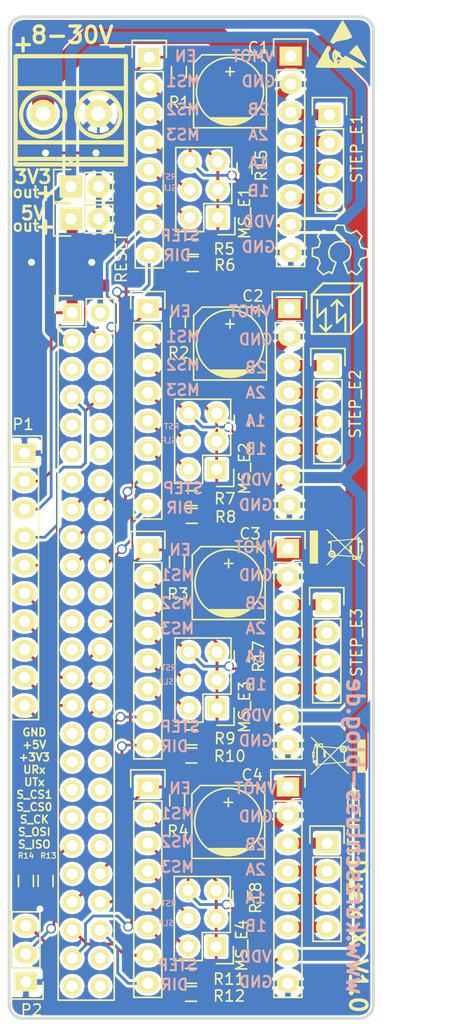
<source format=kicad_pcb>
(kicad_pcb (version 4) (host pcbnew "(2015-01-16 BZR 5376)-product")
  (layers (0 F.Cu signal) (31 B.Cu signal) (34 B.Paste user) (35 F.Paste user) (36 B.SilkS user) (37 F.SilkS user) (38 B.Mask user) (39 F.Mask user) (44 Edge.Cuts user))
  (net 0 "")
  (net 1 +3.3VP)
  (net 2 GND)
  (net 3 +5P)
  (net 4 +12P)
  (net 5 "Net-(EXP_IN1-Pad4)")
  (net 6 STEP_1)
  (net 7 DIR_1)
  (net 8 EN_1)
  (net 9 STEP_2)
  (net 10 DIR_2)
  (net 11 EN_2)
  (net 12 "Net-(EXP_IN1-Pad39)")
  (net 13 STEP_3)
  (net 14 DIR_3)
  (net 15 EN_3)
  (net 16 STEP_4)
  (net 17 DIR_4)
  (net 18 EN_4)
  (net 19 "Net-(MS_E1-Pad2)")
  (net 20 "Net-(MS_E1-Pad4)")
  (net 21 "Net-(MS_E1-Pad6)")
  (net 22 "Net-(MS_E2-Pad2)")
  (net 23 "Net-(MS_E2-Pad4)")
  (net 24 "Net-(MS_E2-Pad6)")
  (net 25 "Net-(MS_E3-Pad2)")
  (net 26 "Net-(MS_E3-Pad4)")
  (net 27 "Net-(MS_E3-Pad6)")
  (net 28 "Net-(MS_E4-Pad2)")
  (net 29 "Net-(MS_E4-Pad4)")
  (net 30 "Net-(MS_E4-Pad6)")
  (net 31 "Net-(R5-Pad1)")
  (net 32 "Net-(R6-Pad1)")
  (net 33 "Net-(R7-Pad1)")
  (net 34 "Net-(R8-Pad1)")
  (net 35 "Net-(R9-Pad1)")
  (net 36 "Net-(R10-Pad1)")
  (net 37 "Net-(R11-Pad1)")
  (net 38 "Net-(R12-Pad1)")
  (net 39 "Net-(STEP_E1-Pad1)")
  (net 40 "Net-(STEP_E1-Pad2)")
  (net 41 "Net-(STEP_E1-Pad3)")
  (net 42 "Net-(STEP_E1-Pad4)")
  (net 43 "Net-(STEP_E2-Pad1)")
  (net 44 "Net-(STEP_E2-Pad2)")
  (net 45 "Net-(STEP_E2-Pad3)")
  (net 46 "Net-(STEP_E2-Pad4)")
  (net 47 "Net-(STEP_E3-Pad1)")
  (net 48 "Net-(STEP_E3-Pad2)")
  (net 49 "Net-(STEP_E3-Pad3)")
  (net 50 "Net-(STEP_E3-Pad4)")
  (net 51 "Net-(STEP_E4-Pad1)")
  (net 52 "Net-(STEP_E4-Pad2)")
  (net 53 "Net-(STEP_E4-Pad3)")
  (net 54 "Net-(STEP_E4-Pad4)")
  (net 55 URxD)
  (net 56 UTxD)
  (net 57 SPI_CS1)
  (net 58 SPI_CS0)
  (net 59 SPI_CK)
  (net 60 SPI_MOSI)
  (net 61 SPI_MISO)
  (net 62 "Net-(P2-Pad2)")
  (net 63 "Net-(EXP_IN1-Pad5)")
  (net 64 "Net-(EXP_IN1-Pad6)")
  (net 65 "Net-(EXP_IN1-Pad9)")
  (net 66 "Net-(EXP_IN1-Pad10)")
  (net 67 "Net-(EXP_IN1-Pad11)")
  (net 68 "Net-(EXP_IN1-Pad12)")
  (net 69 "Net-(EXP_IN1-Pad13)")
  (net 70 "Net-(EXP_IN1-Pad14)")
  (net 71 "Net-(EXP_IN1-Pad18)")
  (net 72 "Net-(EXP_IN1-Pad21)")
  (net 73 "Net-(EXP_IN1-Pad22)")
  (net 74 "Net-(EXP_IN1-Pad23)")
  (net 75 "Net-(EXP_IN1-Pad25)")
  (net 76 "Net-(EXP_IN1-Pad31)")
  (net 77 "Net-(EXP_IN1-Pad32)")
  (net 78 "Net-(EXP_IN1-Pad33)")
  (net 79 "Net-(EXP_IN1-Pad34)")
  (net 80 "Net-(EXP_IN1-Pad35)")
  (net 81 "Net-(EXP_IN1-Pad36)")
  (net 82 "Net-(EXP_IN1-Pad37)")
  (net 83 "Net-(EXP_IN1-Pad38)")
  (net 84 "Net-(EXP_IN1-Pad40)")
  (net 85 "Net-(EXP_IN1-Pad41)")
  (net 86 "Net-(EXP_IN1-Pad48)")
  (net 87 "Net-(EXP_IN1-Pad49)")
  (net 88 "Net-(EXP_IN1-Pad50)")
  (module Pin_Headers:Pin_Header_Straight_1x02 (layer F.Cu) (at 122.174 38.989 90)
    (fp_text reference 3V3_OUT1 hide)
    (fp_text value CONN_01X02)
    (pad 1 thru_hole rect (at 0 0 90) (size 2.032 2.032) (drill 1.016) (layers *.Cu *.Mask F.SilkS) (net 1 +3.3VP))
    (pad 2 thru_hole oval (at 0 2.54 90) (size 2.032 2.032) (drill 1.016) (layers *.Cu *.Mask F.SilkS) (net 2 GND))
  )
  (module Pin_Headers:Pin_Header_Straight_1x02 (layer F.Cu) (at 122.174 41.91 90)
    (fp_text reference 5V_OUT1 hide)
    (fp_text value CONN_01X02)
    (pad 1 thru_hole rect (at 0 0 90) (size 2.032 2.032) (drill 1.016) (layers *.Cu *.Mask F.SilkS) (net 3 +5P))
    (pad 2 thru_hole oval (at 0 2.54 90) (size 2.032 2.032) (drill 1.016) (layers *.Cu *.Mask F.SilkS) (net 2 GND))
  )
  (module Capacitors_SMD:c_elec_6.3x5.7 (layer F.Cu) (at 136.60628 30.36316 90)
    (fp_text reference C1 (at 3.94716 2.58572 180) (layer F.SilkS))
    (fp_text value CP2)
    (pad 1 smd rect (at 2.75082 0 90) (size 3.59918 1.6002) (layers F.Cu F.Paste F.Mask) (net 4 +12P))
    (pad 2 smd rect (at -2.75082 0 90) (size 3.59918 1.6002) (layers F.Cu F.Paste F.Mask) (net 2 GND))
  )
  (module Capacitors_SMD:c_elec_6.3x5.7 (layer F.Cu) (at 136.61136 53.20284 90)
    (fp_text reference C2 (at 4.30784 2.07264 180) (layer F.SilkS))
    (fp_text value CP2)
    (pad 1 smd rect (at 2.75082 0 90) (size 3.59918 1.6002) (layers F.Cu F.Paste F.Mask) (net 4 +12P))
    (pad 2 smd rect (at -2.75082 0 90) (size 3.59918 1.6002) (layers F.Cu F.Paste F.Mask) (net 2 GND))
  )
  (module Capacitors_SMD:c_elec_6.3x5.7 (layer F.Cu) (at 136.48436 74.88936 90)
    (fp_text reference C3 (at 4.46786 1.94564 180) (layer F.SilkS))
    (fp_text value CP2)
    (pad 1 smd rect (at 2.75082 0 90) (size 3.59918 1.6002) (layers F.Cu F.Paste F.Mask) (net 4 +12P))
    (pad 2 smd rect (at -2.75082 0 90) (size 3.59918 1.6002) (layers F.Cu F.Paste F.Mask) (net 2 GND))
  )
  (module Capacitors_SMD:c_elec_6.3x5.7 (layer F.Cu) (at 136.45388 96.51492 90)
    (fp_text reference C4 (at 4.24942 2.16662 180) (layer F.SilkS))
    (fp_text value CP2)
    (pad 1 smd rect (at 2.75082 0 90) (size 3.59918 1.6002) (layers F.Cu F.Paste F.Mask) (net 4 +12P))
    (pad 2 smd rect (at -2.75082 0 90) (size 3.59918 1.6002) (layers F.Cu F.Paste F.Mask) (net 2 GND))
  )
  (module Pin_Headers:Pin_Header_Straight_2x03 (layer F.Cu) (at 135.5 41.79824 180)
    (fp_text reference MS_E1 (at -2.422 0.39624 270) (layer F.SilkS))
    (fp_text value CONN_02X03)
    (pad 1 thru_hole rect (at 0 0 180) (size 1.7272 1.7272) (drill 1.016) (layers *.Cu *.Mask F.SilkS) (net 1 +3.3VP))
    (pad 2 thru_hole oval (at 2.54 0 180) (size 1.7272 1.7272) (drill 1.016) (layers *.Cu *.Mask F.SilkS) (net 19 "Net-(MS_E1-Pad2)"))
    (pad 3 thru_hole oval (at 0 2.54 180) (size 1.7272 1.7272) (drill 1.016) (layers *.Cu *.Mask F.SilkS) (net 1 +3.3VP))
    (pad 4 thru_hole oval (at 2.54 2.54 180) (size 1.7272 1.7272) (drill 1.016) (layers *.Cu *.Mask F.SilkS) (net 20 "Net-(MS_E1-Pad4)"))
    (pad 5 thru_hole oval (at 0 5.08 180) (size 1.7272 1.7272) (drill 1.016) (layers *.Cu *.Mask F.SilkS) (net 1 +3.3VP))
    (pad 6 thru_hole oval (at 2.54 5.08 180) (size 1.7272 1.7272) (drill 1.016) (layers *.Cu *.Mask F.SilkS) (net 21 "Net-(MS_E1-Pad6)"))
  )
  (module Pin_Headers:Pin_Header_Straight_2x03 (layer F.Cu) (at 135.4 64.58712 180)
    (fp_text reference MS_E2 (at -2.522 0.07112 450) (layer F.SilkS))
    (fp_text value CONN_02X03)
    (pad 1 thru_hole rect (at 0 0 180) (size 1.7272 1.7272) (drill 1.016) (layers *.Cu *.Mask F.SilkS) (net 1 +3.3VP))
    (pad 2 thru_hole oval (at 2.54 0 180) (size 1.7272 1.7272) (drill 1.016) (layers *.Cu *.Mask F.SilkS) (net 22 "Net-(MS_E2-Pad2)"))
    (pad 3 thru_hole oval (at 0 2.54 180) (size 1.7272 1.7272) (drill 1.016) (layers *.Cu *.Mask F.SilkS) (net 1 +3.3VP))
    (pad 4 thru_hole oval (at 2.54 2.54 180) (size 1.7272 1.7272) (drill 1.016) (layers *.Cu *.Mask F.SilkS) (net 23 "Net-(MS_E2-Pad4)"))
    (pad 5 thru_hole oval (at 0 5.08 180) (size 1.7272 1.7272) (drill 1.016) (layers *.Cu *.Mask F.SilkS) (net 1 +3.3VP))
    (pad 6 thru_hole oval (at 2.54 5.08 180) (size 1.7272 1.7272) (drill 1.016) (layers *.Cu *.Mask F.SilkS) (net 24 "Net-(MS_E2-Pad6)"))
  )
  (module Pin_Headers:Pin_Header_Straight_2x03 (layer F.Cu) (at 135.42772 86.2076 180)
    (fp_text reference MS_E3 (at -2.49428 0.1016 450) (layer F.SilkS))
    (fp_text value CONN_02X03)
    (pad 1 thru_hole rect (at 0 0 180) (size 1.7272 1.7272) (drill 1.016) (layers *.Cu *.Mask F.SilkS) (net 1 +3.3VP))
    (pad 2 thru_hole oval (at 2.54 0 180) (size 1.7272 1.7272) (drill 1.016) (layers *.Cu *.Mask F.SilkS) (net 25 "Net-(MS_E3-Pad2)"))
    (pad 3 thru_hole oval (at 0 2.54 180) (size 1.7272 1.7272) (drill 1.016) (layers *.Cu *.Mask F.SilkS) (net 1 +3.3VP))
    (pad 4 thru_hole oval (at 2.54 2.54 180) (size 1.7272 1.7272) (drill 1.016) (layers *.Cu *.Mask F.SilkS) (net 26 "Net-(MS_E3-Pad4)"))
    (pad 5 thru_hole oval (at 0 5.08 180) (size 1.7272 1.7272) (drill 1.016) (layers *.Cu *.Mask F.SilkS) (net 1 +3.3VP))
    (pad 6 thru_hole oval (at 2.54 5.08 180) (size 1.7272 1.7272) (drill 1.016) (layers *.Cu *.Mask F.SilkS) (net 27 "Net-(MS_E3-Pad6)"))
  )
  (module Pin_Headers:Pin_Header_Straight_2x03 (layer F.Cu) (at 135.36 107.79252 180)
    (fp_text reference MS_E4 (at -2.308 0.09652 450) (layer F.SilkS))
    (fp_text value CONN_02X03)
    (pad 1 thru_hole rect (at 0 0 180) (size 1.7272 1.7272) (drill 1.016) (layers *.Cu *.Mask F.SilkS) (net 1 +3.3VP))
    (pad 2 thru_hole oval (at 2.54 0 180) (size 1.7272 1.7272) (drill 1.016) (layers *.Cu *.Mask F.SilkS) (net 28 "Net-(MS_E4-Pad2)"))
    (pad 3 thru_hole oval (at 0 2.54 180) (size 1.7272 1.7272) (drill 1.016) (layers *.Cu *.Mask F.SilkS) (net 1 +3.3VP))
    (pad 4 thru_hole oval (at 2.54 2.54 180) (size 1.7272 1.7272) (drill 1.016) (layers *.Cu *.Mask F.SilkS) (net 29 "Net-(MS_E4-Pad4)"))
    (pad 5 thru_hole oval (at 0 5.08 180) (size 1.7272 1.7272) (drill 1.016) (layers *.Cu *.Mask F.SilkS) (net 1 +3.3VP))
    (pad 6 thru_hole oval (at 2.54 5.08 180) (size 1.7272 1.7272) (drill 1.016) (layers *.Cu *.Mask F.SilkS) (net 30 "Net-(MS_E4-Pad6)"))
  )
  (module Resistors_SMD:R_0603_HandSoldering (layer F.Cu) (at 131.9784 28.63088 270)
    (fp_text reference R1 (at 2.73812 -0.0381 360) (layer F.SilkS))
    (fp_text value 10K)
    (pad 1 smd rect (at -1.1 0 270) (size 1.2 0.9) (layers F.Cu F.Paste F.Mask) (net 8 EN_1))
    (pad 2 smd rect (at 1.1 0 270) (size 1.2 0.9) (layers F.Cu F.Paste F.Mask) (net 1 +3.3VP))
  )
  (module Resistors_SMD:R_0603_HandSoldering (layer F.Cu) (at 131.88696 51.2318 270)
    (fp_text reference R2 (at 2.8067 -0.06604 360) (layer F.SilkS))
    (fp_text value 10K)
    (pad 1 smd rect (at -1.1 0 270) (size 1.2 0.9) (layers F.Cu F.Paste F.Mask) (net 11 EN_2))
    (pad 2 smd rect (at 1.1 0 270) (size 1.2 0.9) (layers F.Cu F.Paste F.Mask) (net 1 +3.3VP))
  )
  (module Resistors_SMD:R_0603_HandSoldering (layer F.Cu) (at 131.8006 72.97928 270)
    (fp_text reference R3 (at 2.90322 -0.0889 360) (layer F.SilkS))
    (fp_text value 10K)
    (pad 1 smd rect (at -1.1 0 270) (size 1.2 0.9) (layers F.Cu F.Paste F.Mask) (net 15 EN_3))
    (pad 2 smd rect (at 1.1 0 270) (size 1.2 0.9) (layers F.Cu F.Paste F.Mask) (net 1 +3.3VP))
  )
  (module Resistors_SMD:R_0603_HandSoldering (layer F.Cu) (at 131.82092 94.54388 270)
    (fp_text reference R4 (at 2.80162 -0.06858 360) (layer F.SilkS))
    (fp_text value 10K)
    (pad 1 smd rect (at -1.1 0 270) (size 1.2 0.9) (layers F.Cu F.Paste F.Mask) (net 18 EN_4))
    (pad 2 smd rect (at 1.1 0 270) (size 1.2 0.9) (layers F.Cu F.Paste F.Mask) (net 1 +3.3VP))
  )
  (module Resistors_SMD:R_0603_HandSoldering (layer F.Cu) (at 133.223 44.44492)
    (fp_text reference R5 (at 2.8575 0.19558) (layer F.SilkS))
    (fp_text value 10K)
    (pad 1 smd rect (at -1.1 0) (size 1.2 0.9) (layers F.Cu F.Paste F.Mask) (net 31 "Net-(R5-Pad1)"))
    (pad 2 smd rect (at 1.1 0) (size 1.2 0.9) (layers F.Cu F.Paste F.Mask) (net 1 +3.3VP))
  )
  (module Resistors_SMD:R_0603_HandSoldering (layer F.Cu) (at 133.223 46.00956)
    (fp_text reference R6 (at 2.921 0.09144) (layer F.SilkS))
    (fp_text value 10K)
    (pad 1 smd rect (at -1.1 0) (size 1.2 0.9) (layers F.Cu F.Paste F.Mask) (net 32 "Net-(R6-Pad1)"))
    (pad 2 smd rect (at 1.1 0) (size 1.2 0.9) (layers F.Cu F.Paste F.Mask) (net 1 +3.3VP))
  )
  (module Resistors_SMD:R_0603_HandSoldering (layer F.Cu) (at 133.12648 67.20332)
    (fp_text reference R7 (at 3.01752 0.04318) (layer F.SilkS))
    (fp_text value 10K)
    (pad 1 smd rect (at -1.1 0) (size 1.2 0.9) (layers F.Cu F.Paste F.Mask) (net 33 "Net-(R7-Pad1)"))
    (pad 2 smd rect (at 1.1 0) (size 1.2 0.9) (layers F.Cu F.Paste F.Mask) (net 1 +3.3VP))
  )
  (module Resistors_SMD:R_0603_HandSoldering (layer F.Cu) (at 133.13664 68.80352)
    (fp_text reference R8 (at 3.07086 0.09398) (layer F.SilkS))
    (fp_text value 10K)
    (pad 1 smd rect (at -1.1 0) (size 1.2 0.9) (layers F.Cu F.Paste F.Mask) (net 34 "Net-(R8-Pad1)"))
    (pad 2 smd rect (at 1.1 0) (size 1.2 0.9) (layers F.Cu F.Paste F.Mask) (net 1 +3.3VP))
  )
  (module Resistors_SMD:R_0603_HandSoldering (layer F.Cu) (at 133.10616 88.85936)
    (fp_text reference R9 (at 3.03784 0.10414) (layer F.SilkS))
    (fp_text value 10K)
    (pad 1 smd rect (at -1.1 0) (size 1.2 0.9) (layers F.Cu F.Paste F.Mask) (net 35 "Net-(R9-Pad1)"))
    (pad 2 smd rect (at 1.1 0) (size 1.2 0.9) (layers F.Cu F.Paste F.Mask) (net 1 +3.3VP))
  )
  (module Resistors_SMD:R_0603_HandSoldering (layer F.Cu) (at 133.10616 90.5002)
    (fp_text reference R10 (at 3.48234 0.0508) (layer F.SilkS))
    (fp_text value 10K)
    (pad 1 smd rect (at -1.1 0) (size 1.2 0.9) (layers F.Cu F.Paste F.Mask) (net 36 "Net-(R10-Pad1)"))
    (pad 2 smd rect (at 1.1 0) (size 1.2 0.9) (layers F.Cu F.Paste F.Mask) (net 1 +3.3VP))
  )
  (module Resistors_SMD:R_0603_HandSoldering (layer F.Cu) (at 133.0706 110.44936)
    (fp_text reference R11 (at 3.4544 0.29464) (layer F.SilkS))
    (fp_text value 10K)
    (pad 1 smd rect (at -1.1 0) (size 1.2 0.9) (layers F.Cu F.Paste F.Mask) (net 37 "Net-(R11-Pad1)"))
    (pad 2 smd rect (at 1.1 0) (size 1.2 0.9) (layers F.Cu F.Paste F.Mask) (net 1 +3.3VP))
  )
  (module Resistors_SMD:R_0603_HandSoldering (layer F.Cu) (at 133.08076 112.07496)
    (fp_text reference R12 (at 3.44424 0.19304) (layer F.SilkS))
    (fp_text value 10K)
    (pad 1 smd rect (at -1.1 0) (size 1.2 0.9) (layers F.Cu F.Paste F.Mask) (net 38 "Net-(R12-Pad1)"))
    (pad 2 smd rect (at 1.1 0) (size 1.2 0.9) (layers F.Cu F.Paste F.Mask) (net 1 +3.3VP))
  )
  (module Pin_Headers:Pin_Header_Straight_1x04 (layer F.Cu) (at 145.62328 32.4866)
    (fp_text reference STEP_E1 (at 2.45872 3.0734 90) (layer F.SilkS))
    (fp_text value CONN_01X04)
    (pad 1 thru_hole rect (at 0 0) (size 2.032 1.7272) (drill 1.016) (layers *.Cu *.Mask F.SilkS) (net 39 "Net-(STEP_E1-Pad1)"))
    (pad 2 thru_hole oval (at 0 2.54) (size 2.032 1.7272) (drill 1.016) (layers *.Cu *.Mask F.SilkS) (net 40 "Net-(STEP_E1-Pad2)"))
    (pad 3 thru_hole oval (at 0 5.08) (size 2.032 1.7272) (drill 1.016) (layers *.Cu *.Mask F.SilkS) (net 41 "Net-(STEP_E1-Pad3)"))
    (pad 4 thru_hole oval (at 0 7.62) (size 2.032 1.7272) (drill 1.016) (layers *.Cu *.Mask F.SilkS) (net 42 "Net-(STEP_E1-Pad4)"))
  )
  (module Pin_Headers:Pin_Header_Straight_1x04 (layer F.Cu) (at 145.48104 55.19928)
    (fp_text reference STEP_E2 (at 2.47396 3.47472 90) (layer F.SilkS))
    (fp_text value CONN_01X04)
    (pad 1 thru_hole rect (at 0 0) (size 2.032 1.7272) (drill 1.016) (layers *.Cu *.Mask F.SilkS) (net 43 "Net-(STEP_E2-Pad1)"))
    (pad 2 thru_hole oval (at 0 2.54) (size 2.032 1.7272) (drill 1.016) (layers *.Cu *.Mask F.SilkS) (net 44 "Net-(STEP_E2-Pad2)"))
    (pad 3 thru_hole oval (at 0 5.08) (size 2.032 1.7272) (drill 1.016) (layers *.Cu *.Mask F.SilkS) (net 45 "Net-(STEP_E2-Pad3)"))
    (pad 4 thru_hole oval (at 0 7.62) (size 2.032 1.7272) (drill 1.016) (layers *.Cu *.Mask F.SilkS) (net 46 "Net-(STEP_E2-Pad4)"))
  )
  (module Pin_Headers:Pin_Header_Straight_1x04 (layer F.Cu) (at 145.37944 76.85024)
    (fp_text reference STEP_E3 (at 2.70256 3.41376 90) (layer F.SilkS))
    (fp_text value CONN_01X04)
    (pad 1 thru_hole rect (at 0 0) (size 2.032 1.7272) (drill 1.016) (layers *.Cu *.Mask F.SilkS) (net 47 "Net-(STEP_E3-Pad1)"))
    (pad 2 thru_hole oval (at 0 2.54) (size 2.032 1.7272) (drill 1.016) (layers *.Cu *.Mask F.SilkS) (net 48 "Net-(STEP_E3-Pad2)"))
    (pad 3 thru_hole oval (at 0 5.08) (size 2.032 1.7272) (drill 1.016) (layers *.Cu *.Mask F.SilkS) (net 49 "Net-(STEP_E3-Pad3)"))
    (pad 4 thru_hole oval (at 0 7.62) (size 2.032 1.7272) (drill 1.016) (layers *.Cu *.Mask F.SilkS) (net 50 "Net-(STEP_E3-Pad4)"))
  )
  (module Pin_Headers:Pin_Header_Straight_1x04 (layer F.Cu) (at 145.39976 98.43516)
    (fp_text reference STEP_E4 (at 2.42824 -1.91516 90) (layer F.SilkS))
    (fp_text value CONN_01X04)
    (pad 1 thru_hole rect (at 0 0) (size 2.032 1.7272) (drill 1.016) (layers *.Cu *.Mask F.SilkS) (net 51 "Net-(STEP_E4-Pad1)"))
    (pad 2 thru_hole oval (at 0 2.54) (size 2.032 1.7272) (drill 1.016) (layers *.Cu *.Mask F.SilkS) (net 52 "Net-(STEP_E4-Pad2)"))
    (pad 3 thru_hole oval (at 0 5.08) (size 2.032 1.7272) (drill 1.016) (layers *.Cu *.Mask F.SilkS) (net 53 "Net-(STEP_E4-Pad3)"))
    (pad 4 thru_hole oval (at 0 7.62) (size 2.032 1.7272) (drill 1.016) (layers *.Cu *.Mask F.SilkS) (net 54 "Net-(STEP_E4-Pad4)"))
  )
  (module Pin_Headers:Pin_Header_Straight_1x10 (layer F.Cu) (at 117.983 63.119)
    (fp_text reference P1 (at -0.127 -2.6035) (layer F.SilkS))
    (fp_text value CONN_01X10)
    (pad 1 thru_hole rect (at 0 0) (size 2.032 1.7272) (drill 1.016) (layers *.Cu *.Mask F.SilkS) (net 2 GND))
    (pad 2 thru_hole oval (at 0 2.54) (size 2.032 1.7272) (drill 1.016) (layers *.Cu *.Mask F.SilkS) (net 3 +5P))
    (pad 3 thru_hole oval (at 0 5.08) (size 2.032 1.7272) (drill 1.016) (layers *.Cu *.Mask F.SilkS) (net 1 +3.3VP))
    (pad 4 thru_hole oval (at 0 7.62) (size 2.032 1.7272) (drill 1.016) (layers *.Cu *.Mask F.SilkS) (net 55 URxD))
    (pad 5 thru_hole oval (at 0 10.16) (size 2.032 1.7272) (drill 1.016) (layers *.Cu *.Mask F.SilkS) (net 56 UTxD))
    (pad 6 thru_hole oval (at 0 12.7) (size 2.032 1.7272) (drill 1.016) (layers *.Cu *.Mask F.SilkS) (net 57 SPI_CS1))
    (pad 7 thru_hole oval (at 0 15.24) (size 2.032 1.7272) (drill 1.016) (layers *.Cu *.Mask F.SilkS) (net 58 SPI_CS0))
    (pad 8 thru_hole oval (at 0 17.78) (size 2.032 1.7272) (drill 1.016) (layers *.Cu *.Mask F.SilkS) (net 59 SPI_CK))
    (pad 9 thru_hole oval (at 0 20.32) (size 2.032 1.7272) (drill 1.016) (layers *.Cu *.Mask F.SilkS) (net 60 SPI_MOSI))
    (pad 10 thru_hole oval (at 0 22.86) (size 2.032 1.7272) (drill 1.016) (layers *.Cu *.Mask F.SilkS) (net 61 SPI_MISO))
  )
  (module sirona:TACT_switch (layer F.Cu) (at 121.666 46.101)
    (fp_text reference RESET (at 5.08 -0.635 90) (layer F.SilkS))
    (fp_text value SW_PUSH hide)
    (pad 1 smd rect (at -3.1 -1.85) (size 1.8 1.1) (layers F.Cu F.Paste F.Mask) (net 2 GND))
    (pad 1 smd rect (at 3.1 -1.85) (size 1.8 1.1) (layers F.Cu F.Paste F.Mask) (net 2 GND))
    (pad 2 smd rect (at -3.1 1.85) (size 1.8 1.1) (layers F.Cu F.Paste F.Mask) (net 5 "Net-(EXP_IN1-Pad4)"))
    (pad 2 smd rect (at 3.1 1.85) (size 1.8 1.1) (layers F.Cu F.Paste F.Mask) (net 5 "Net-(EXP_IN1-Pad4)"))
  )
  (module Pin_Headers:Pin_Header_Straight_1x03 (layer F.Cu) (at 118.11 110.998 180)
    (fp_text reference P2 (at -0.508 -2.54 180) (layer F.SilkS))
    (fp_text value CONN_01X03)
    (pad 1 thru_hole rect (at 0 0 180) (size 2.032 1.7272) (drill 1.016) (layers *.Cu *.Mask F.SilkS) (net 2 GND))
    (pad 2 thru_hole oval (at 0 2.54 180) (size 2.032 1.7272) (drill 1.016) (layers *.Cu *.Mask F.SilkS) (net 62 "Net-(P2-Pad2)"))
    (pad 3 thru_hole oval (at 0 5.08 180) (size 2.032 1.7272) (drill 1.016) (layers *.Cu *.Mask F.SilkS) (net 4 +12P))
  )
  (module Resistors_SMD:R_0603_HandSoldering (layer F.Cu) (at 119.888 101.854 90)
    (fp_text reference R13 (at 2.286 0.254 180) (layer F.SilkS) (effects (font (size 0.5 0.5) (thickness 0.1))))
    (fp_text value 2K7)
    (pad 1 smd rect (at -1.1 0 90) (size 1.2 0.9) (layers F.Cu F.Paste F.Mask) (net 62 "Net-(P2-Pad2)"))
    (pad 2 smd rect (at 1.1 0 90) (size 1.2 0.9) (layers F.Cu F.Paste F.Mask) (net 12 "Net-(EXP_IN1-Pad39)"))
  )
  (module Resistors_SMD:R_0603_HandSoldering (layer F.Cu) (at 118.11 101.854 270)
    (fp_text reference R14 (at -2.286 0 360) (layer F.SilkS) (effects (font (size 0.5 0.5) (thickness 0.1))))
    (fp_text value 1K)
    (pad 1 smd rect (at -1.1 0 270) (size 1.2 0.9) (layers F.Cu F.Paste F.Mask) (net 12 "Net-(EXP_IN1-Pad39)"))
    (pad 2 smd rect (at 1.1 0 270) (size 1.2 0.9) (layers F.Cu F.Paste F.Mask) (net 2 GND))
  )
  (module Resistors_SMD:R_0603_HandSoldering (layer F.Cu) (at 137.922 37.338 90)
    (fp_text reference R15 (at 0.254 1.524 90) (layer F.SilkS))
    (fp_text value 10K)
    (pad 1 smd rect (at -1.1 0 90) (size 1.2 0.9) (layers F.Cu F.Paste F.Mask) (net 21 "Net-(MS_E1-Pad6)"))
    (pad 2 smd rect (at 1.1 0 90) (size 1.2 0.9) (layers F.Cu F.Paste F.Mask) (net 2 GND))
  )
  (module Resistors_SMD:R_0603_HandSoldering (layer F.Cu) (at 137.668 60.198 90)
    (fp_text reference R16 (at 0 -1.9 90) (layer F.SilkS))
    (fp_text value 10K)
    (pad 1 smd rect (at -1.1 0 90) (size 1.2 0.9) (layers F.Cu F.Paste F.Mask) (net 24 "Net-(MS_E2-Pad6)"))
    (pad 2 smd rect (at 1.1 0 90) (size 1.2 0.9) (layers F.Cu F.Paste F.Mask) (net 2 GND))
  )
  (module Resistors_SMD:R_0603_HandSoldering (layer F.Cu) (at 137.668 81.534 90)
    (fp_text reference R17 (at 0 1.524 90) (layer F.SilkS))
    (fp_text value 10K)
    (pad 1 smd rect (at -1.1 0 90) (size 1.2 0.9) (layers F.Cu F.Paste F.Mask) (net 27 "Net-(MS_E3-Pad6)"))
    (pad 2 smd rect (at 1.1 0 90) (size 1.2 0.9) (layers F.Cu F.Paste F.Mask) (net 2 GND))
  )
  (module Resistors_SMD:R_0603_HandSoldering (layer F.Cu) (at 137.541 103.251 90)
    (fp_text reference R18 (at -0.127 1.397 90) (layer F.SilkS))
    (fp_text value 10K)
    (pad 1 smd rect (at -1.1 0 90) (size 1.2 0.9) (layers F.Cu F.Paste F.Mask) (net 30 "Net-(MS_E4-Pad6)"))
    (pad 2 smd rect (at 1.1 0 90) (size 1.2 0.9) (layers F.Cu F.Paste F.Mask) (net 2 GND))
  )
  (module sirona:donttouchthis (layer F.Cu) (at 146.812 26.162)
    (fp_text reference G*** hide)
    (fp_text value LOGO hide)
  )
  (module sirona:Symbol_OSHW-Logo_SilkScreen (layer F.Cu) (at 146.558 44.958)
    (fp_text reference REF** hide)
    (fp_text value Symbol_OSHW-Logo_SilkScreen)
  )
  (module Pin_Headers:Pin_Header_Straight_2x25 (layer F.Cu) (at 122.301 50.419)
    (fp_text reference EXP_IN1 hide)
    (fp_text value CONN_02X25)
    (pad 1 thru_hole rect (at 0 0) (size 1.7272 1.7272) (drill 1.016) (layers *.Cu *.Mask F.SilkS) (net 3 +5P))
    (pad 2 thru_hole oval (at 2.54 0) (size 1.7272 1.7272) (drill 1.016) (layers *.Cu *.Mask F.SilkS) (net 2 GND))
    (pad 3 thru_hole oval (at 0 2.54) (size 1.7272 1.7272) (drill 1.016) (layers *.Cu *.Mask F.SilkS) (net 1 +3.3VP))
    (pad 4 thru_hole oval (at 2.54 2.54) (size 1.7272 1.7272) (drill 1.016) (layers *.Cu *.Mask F.SilkS) (net 5 "Net-(EXP_IN1-Pad4)"))
    (pad 5 thru_hole oval (at 0 5.08) (size 1.7272 1.7272) (drill 1.016) (layers *.Cu *.Mask F.SilkS) (net 63 "Net-(EXP_IN1-Pad5)"))
    (pad 6 thru_hole oval (at 2.54 5.08) (size 1.7272 1.7272) (drill 1.016) (layers *.Cu *.Mask F.SilkS) (net 64 "Net-(EXP_IN1-Pad6)"))
    (pad 7 thru_hole oval (at 0 7.62) (size 1.7272 1.7272) (drill 1.016) (layers *.Cu *.Mask F.SilkS) (net 55 URxD))
    (pad 8 thru_hole oval (at 2.54 7.62) (size 1.7272 1.7272) (drill 1.016) (layers *.Cu *.Mask F.SilkS) (net 56 UTxD))
    (pad 9 thru_hole oval (at 0 10.16) (size 1.7272 1.7272) (drill 1.016) (layers *.Cu *.Mask F.SilkS) (net 65 "Net-(EXP_IN1-Pad9)"))
    (pad 10 thru_hole oval (at 2.54 10.16) (size 1.7272 1.7272) (drill 1.016) (layers *.Cu *.Mask F.SilkS) (net 66 "Net-(EXP_IN1-Pad10)"))
    (pad 11 thru_hole oval (at 0 12.7) (size 1.7272 1.7272) (drill 1.016) (layers *.Cu *.Mask F.SilkS) (net 67 "Net-(EXP_IN1-Pad11)"))
    (pad 12 thru_hole oval (at 2.54 12.7) (size 1.7272 1.7272) (drill 1.016) (layers *.Cu *.Mask F.SilkS) (net 68 "Net-(EXP_IN1-Pad12)"))
    (pad 13 thru_hole oval (at 0 15.24) (size 1.7272 1.7272) (drill 1.016) (layers *.Cu *.Mask F.SilkS) (net 69 "Net-(EXP_IN1-Pad13)"))
    (pad 14 thru_hole oval (at 2.54 15.24) (size 1.7272 1.7272) (drill 1.016) (layers *.Cu *.Mask F.SilkS) (net 70 "Net-(EXP_IN1-Pad14)"))
    (pad 15 thru_hole oval (at 0 17.78) (size 1.7272 1.7272) (drill 1.016) (layers *.Cu *.Mask F.SilkS) (net 6 STEP_1))
    (pad 16 thru_hole oval (at 2.54 17.78) (size 1.7272 1.7272) (drill 1.016) (layers *.Cu *.Mask F.SilkS) (net 7 DIR_1))
    (pad 17 thru_hole oval (at 0 20.32) (size 1.7272 1.7272) (drill 1.016) (layers *.Cu *.Mask F.SilkS) (net 8 EN_1))
    (pad 18 thru_hole oval (at 2.54 20.32) (size 1.7272 1.7272) (drill 1.016) (layers *.Cu *.Mask F.SilkS) (net 71 "Net-(EXP_IN1-Pad18)"))
    (pad 19 thru_hole oval (at 0 22.86) (size 1.7272 1.7272) (drill 1.016) (layers *.Cu *.Mask F.SilkS) (net 9 STEP_2))
    (pad 20 thru_hole oval (at 2.54 22.86) (size 1.7272 1.7272) (drill 1.016) (layers *.Cu *.Mask F.SilkS) (net 10 DIR_2))
    (pad 21 thru_hole oval (at 0 25.4) (size 1.7272 1.7272) (drill 1.016) (layers *.Cu *.Mask F.SilkS) (net 72 "Net-(EXP_IN1-Pad21)"))
    (pad 22 thru_hole oval (at 2.54 25.4) (size 1.7272 1.7272) (drill 1.016) (layers *.Cu *.Mask F.SilkS) (net 73 "Net-(EXP_IN1-Pad22)"))
    (pad 23 thru_hole oval (at 0 27.94) (size 1.7272 1.7272) (drill 1.016) (layers *.Cu *.Mask F.SilkS) (net 74 "Net-(EXP_IN1-Pad23)"))
    (pad 24 thru_hole oval (at 2.54 27.94) (size 1.7272 1.7272) (drill 1.016) (layers *.Cu *.Mask F.SilkS) (net 11 EN_2))
    (pad 25 thru_hole oval (at 0 30.48) (size 1.7272 1.7272) (drill 1.016) (layers *.Cu *.Mask F.SilkS) (net 75 "Net-(EXP_IN1-Pad25)"))
    (pad 26 thru_hole oval (at 2.54 30.48) (size 1.7272 1.7272) (drill 1.016) (layers *.Cu *.Mask F.SilkS) (net 57 SPI_CS1))
    (pad 27 thru_hole oval (at 0 33.02) (size 1.7272 1.7272) (drill 1.016) (layers *.Cu *.Mask F.SilkS) (net 58 SPI_CS0))
    (pad 28 thru_hole oval (at 2.54 33.02) (size 1.7272 1.7272) (drill 1.016) (layers *.Cu *.Mask F.SilkS) (net 59 SPI_CK))
    (pad 29 thru_hole oval (at 0 35.56) (size 1.7272 1.7272) (drill 1.016) (layers *.Cu *.Mask F.SilkS) (net 60 SPI_MOSI))
    (pad 30 thru_hole oval (at 2.54 35.56) (size 1.7272 1.7272) (drill 1.016) (layers *.Cu *.Mask F.SilkS) (net 61 SPI_MISO))
    (pad 31 thru_hole oval (at 0 38.1) (size 1.7272 1.7272) (drill 1.016) (layers *.Cu *.Mask F.SilkS) (net 76 "Net-(EXP_IN1-Pad31)"))
    (pad 32 thru_hole oval (at 2.54 38.1) (size 1.7272 1.7272) (drill 1.016) (layers *.Cu *.Mask F.SilkS) (net 77 "Net-(EXP_IN1-Pad32)"))
    (pad 33 thru_hole oval (at 0 40.64) (size 1.7272 1.7272) (drill 1.016) (layers *.Cu *.Mask F.SilkS) (net 78 "Net-(EXP_IN1-Pad33)"))
    (pad 34 thru_hole oval (at 2.54 40.64) (size 1.7272 1.7272) (drill 1.016) (layers *.Cu *.Mask F.SilkS) (net 79 "Net-(EXP_IN1-Pad34)"))
    (pad 35 thru_hole oval (at 0 43.18) (size 1.7272 1.7272) (drill 1.016) (layers *.Cu *.Mask F.SilkS) (net 80 "Net-(EXP_IN1-Pad35)"))
    (pad 36 thru_hole oval (at 2.54 43.18) (size 1.7272 1.7272) (drill 1.016) (layers *.Cu *.Mask F.SilkS) (net 81 "Net-(EXP_IN1-Pad36)"))
    (pad 37 thru_hole oval (at 0 45.72) (size 1.7272 1.7272) (drill 1.016) (layers *.Cu *.Mask F.SilkS) (net 82 "Net-(EXP_IN1-Pad37)"))
    (pad 38 thru_hole oval (at 2.54 45.72) (size 1.7272 1.7272) (drill 1.016) (layers *.Cu *.Mask F.SilkS) (net 83 "Net-(EXP_IN1-Pad38)"))
    (pad 39 thru_hole oval (at 0 48.26) (size 1.7272 1.7272) (drill 1.016) (layers *.Cu *.Mask F.SilkS) (net 12 "Net-(EXP_IN1-Pad39)"))
    (pad 40 thru_hole oval (at 2.54 48.26) (size 1.7272 1.7272) (drill 1.016) (layers *.Cu *.Mask F.SilkS) (net 84 "Net-(EXP_IN1-Pad40)"))
    (pad 41 thru_hole oval (at 0 50.8) (size 1.7272 1.7272) (drill 1.016) (layers *.Cu *.Mask F.SilkS) (net 85 "Net-(EXP_IN1-Pad41)"))
    (pad 42 thru_hole oval (at 2.54 50.8) (size 1.7272 1.7272) (drill 1.016) (layers *.Cu *.Mask F.SilkS) (net 13 STEP_3))
    (pad 43 thru_hole oval (at 0 53.34) (size 1.7272 1.7272) (drill 1.016) (layers *.Cu *.Mask F.SilkS) (net 14 DIR_3))
    (pad 44 thru_hole oval (at 2.54 53.34) (size 1.7272 1.7272) (drill 1.016) (layers *.Cu *.Mask F.SilkS) (net 15 EN_3))
    (pad 45 thru_hole oval (at 0 55.88) (size 1.7272 1.7272) (drill 1.016) (layers *.Cu *.Mask F.SilkS) (net 16 STEP_4))
    (pad 46 thru_hole oval (at 2.54 55.88) (size 1.7272 1.7272) (drill 1.016) (layers *.Cu *.Mask F.SilkS) (net 17 DIR_4))
    (pad 47 thru_hole oval (at 0 58.42) (size 1.7272 1.7272) (drill 1.016) (layers *.Cu *.Mask F.SilkS) (net 18 EN_4))
    (pad 48 thru_hole oval (at 2.54 58.42) (size 1.7272 1.7272) (drill 1.016) (layers *.Cu *.Mask F.SilkS) (net 86 "Net-(EXP_IN1-Pad48)"))
    (pad 49 thru_hole oval (at 0 60.96) (size 1.7272 1.7272) (drill 1.016) (layers *.Cu *.Mask F.SilkS) (net 87 "Net-(EXP_IN1-Pad49)"))
    (pad 50 thru_hole oval (at 2.54 60.96) (size 1.7272 1.7272) (drill 1.016) (layers *.Cu *.Mask F.SilkS) (net 88 "Net-(EXP_IN1-Pad50)"))
  )
  (module Pin_Headers:Pin_Header_Straight_1x08 (layer F.Cu) (at 129.286 27.305)
    (fp_text reference STEP_E1_a1 hide)
    (fp_text value CONN_01X08)
    (pad 1 thru_hole rect (at 0 0) (size 2.032 1.7272) (drill 1.016) (layers *.Cu *.Mask F.SilkS) (net 8 EN_1))
    (pad 2 thru_hole oval (at 0 2.54) (size 2.032 1.7272) (drill 1.016) (layers *.Cu *.Mask F.SilkS) (net 21 "Net-(MS_E1-Pad6)"))
    (pad 3 thru_hole oval (at 0 5.08) (size 2.032 1.7272) (drill 1.016) (layers *.Cu *.Mask F.SilkS) (net 20 "Net-(MS_E1-Pad4)"))
    (pad 4 thru_hole oval (at 0 7.62) (size 2.032 1.7272) (drill 1.016) (layers *.Cu *.Mask F.SilkS) (net 19 "Net-(MS_E1-Pad2)"))
    (pad 5 thru_hole oval (at 0 10.16) (size 2.032 1.7272) (drill 1.016) (layers *.Cu *.Mask F.SilkS) (net 31 "Net-(R5-Pad1)"))
    (pad 6 thru_hole oval (at 0 12.7) (size 2.032 1.7272) (drill 1.016) (layers *.Cu *.Mask F.SilkS) (net 32 "Net-(R6-Pad1)"))
    (pad 7 thru_hole oval (at 0 15.24) (size 2.032 1.7272) (drill 1.016) (layers *.Cu *.Mask F.SilkS) (net 6 STEP_1))
    (pad 8 thru_hole oval (at 0 17.78) (size 2.032 1.7272) (drill 1.016) (layers *.Cu *.Mask F.SilkS) (net 7 DIR_1))
  )
  (module Pin_Headers:Pin_Header_Straight_1x08 (layer F.Cu) (at 142.113 27.178)
    (fp_text reference STEP_E1_b1 hide)
    (fp_text value CONN_01X08)
    (pad 1 thru_hole rect (at 0 0) (size 2.032 1.7272) (drill 1.016) (layers *.Cu *.Mask F.SilkS) (net 4 +12P))
    (pad 2 thru_hole oval (at 0 2.54) (size 2.032 1.7272) (drill 1.016) (layers *.Cu *.Mask F.SilkS) (net 2 GND))
    (pad 3 thru_hole oval (at 0 5.08) (size 2.032 1.7272) (drill 1.016) (layers *.Cu *.Mask F.SilkS) (net 39 "Net-(STEP_E1-Pad1)"))
    (pad 4 thru_hole oval (at 0 7.62) (size 2.032 1.7272) (drill 1.016) (layers *.Cu *.Mask F.SilkS) (net 40 "Net-(STEP_E1-Pad2)"))
    (pad 5 thru_hole oval (at 0 10.16) (size 2.032 1.7272) (drill 1.016) (layers *.Cu *.Mask F.SilkS) (net 41 "Net-(STEP_E1-Pad3)"))
    (pad 6 thru_hole oval (at 0 12.7) (size 2.032 1.7272) (drill 1.016) (layers *.Cu *.Mask F.SilkS) (net 42 "Net-(STEP_E1-Pad4)"))
    (pad 7 thru_hole oval (at 0 15.24) (size 2.032 1.7272) (drill 1.016) (layers *.Cu *.Mask F.SilkS) (net 1 +3.3VP))
    (pad 8 thru_hole oval (at 0 17.78) (size 2.032 1.7272) (drill 1.016) (layers *.Cu *.Mask F.SilkS) (net 2 GND))
  )
  (module Pin_Headers:Pin_Header_Straight_1x08 (layer F.Cu) (at 129.159 50.038)
    (fp_text reference STEP_E2_a1 hide)
    (fp_text value CONN_01X08)
    (pad 1 thru_hole rect (at 0 0) (size 2.032 1.7272) (drill 1.016) (layers *.Cu *.Mask F.SilkS) (net 11 EN_2))
    (pad 2 thru_hole oval (at 0 2.54) (size 2.032 1.7272) (drill 1.016) (layers *.Cu *.Mask F.SilkS) (net 24 "Net-(MS_E2-Pad6)"))
    (pad 3 thru_hole oval (at 0 5.08) (size 2.032 1.7272) (drill 1.016) (layers *.Cu *.Mask F.SilkS) (net 23 "Net-(MS_E2-Pad4)"))
    (pad 4 thru_hole oval (at 0 7.62) (size 2.032 1.7272) (drill 1.016) (layers *.Cu *.Mask F.SilkS) (net 22 "Net-(MS_E2-Pad2)"))
    (pad 5 thru_hole oval (at 0 10.16) (size 2.032 1.7272) (drill 1.016) (layers *.Cu *.Mask F.SilkS) (net 33 "Net-(R7-Pad1)"))
    (pad 6 thru_hole oval (at 0 12.7) (size 2.032 1.7272) (drill 1.016) (layers *.Cu *.Mask F.SilkS) (net 34 "Net-(R8-Pad1)"))
    (pad 7 thru_hole oval (at 0 15.24) (size 2.032 1.7272) (drill 1.016) (layers *.Cu *.Mask F.SilkS) (net 9 STEP_2))
    (pad 8 thru_hole oval (at 0 17.78) (size 2.032 1.7272) (drill 1.016) (layers *.Cu *.Mask F.SilkS) (net 10 DIR_2))
  )
  (module Pin_Headers:Pin_Header_Straight_1x08 (layer F.Cu) (at 141.986 50.038)
    (fp_text reference STEP_E2_b1 hide)
    (fp_text value CONN_01X08)
    (pad 1 thru_hole rect (at 0 0) (size 2.032 1.7272) (drill 1.016) (layers *.Cu *.Mask F.SilkS) (net 4 +12P))
    (pad 2 thru_hole oval (at 0 2.54) (size 2.032 1.7272) (drill 1.016) (layers *.Cu *.Mask F.SilkS) (net 2 GND))
    (pad 3 thru_hole oval (at 0 5.08) (size 2.032 1.7272) (drill 1.016) (layers *.Cu *.Mask F.SilkS) (net 43 "Net-(STEP_E2-Pad1)"))
    (pad 4 thru_hole oval (at 0 7.62) (size 2.032 1.7272) (drill 1.016) (layers *.Cu *.Mask F.SilkS) (net 44 "Net-(STEP_E2-Pad2)"))
    (pad 5 thru_hole oval (at 0 10.16) (size 2.032 1.7272) (drill 1.016) (layers *.Cu *.Mask F.SilkS) (net 45 "Net-(STEP_E2-Pad3)"))
    (pad 6 thru_hole oval (at 0 12.7) (size 2.032 1.7272) (drill 1.016) (layers *.Cu *.Mask F.SilkS) (net 46 "Net-(STEP_E2-Pad4)"))
    (pad 7 thru_hole oval (at 0 15.24) (size 2.032 1.7272) (drill 1.016) (layers *.Cu *.Mask F.SilkS) (net 1 +3.3VP))
    (pad 8 thru_hole oval (at 0 17.78) (size 2.032 1.7272) (drill 1.016) (layers *.Cu *.Mask F.SilkS) (net 2 GND))
  )
  (module Pin_Headers:Pin_Header_Straight_1x08 (layer F.Cu) (at 129.159 71.755)
    (fp_text reference STEP_E3_a1 hide)
    (fp_text value CONN_01X08)
    (pad 1 thru_hole rect (at 0 0) (size 2.032 1.7272) (drill 1.016) (layers *.Cu *.Mask F.SilkS) (net 15 EN_3))
    (pad 2 thru_hole oval (at 0 2.54) (size 2.032 1.7272) (drill 1.016) (layers *.Cu *.Mask F.SilkS) (net 27 "Net-(MS_E3-Pad6)"))
    (pad 3 thru_hole oval (at 0 5.08) (size 2.032 1.7272) (drill 1.016) (layers *.Cu *.Mask F.SilkS) (net 26 "Net-(MS_E3-Pad4)"))
    (pad 4 thru_hole oval (at 0 7.62) (size 2.032 1.7272) (drill 1.016) (layers *.Cu *.Mask F.SilkS) (net 25 "Net-(MS_E3-Pad2)"))
    (pad 5 thru_hole oval (at 0 10.16) (size 2.032 1.7272) (drill 1.016) (layers *.Cu *.Mask F.SilkS) (net 35 "Net-(R9-Pad1)"))
    (pad 6 thru_hole oval (at 0 12.7) (size 2.032 1.7272) (drill 1.016) (layers *.Cu *.Mask F.SilkS) (net 36 "Net-(R10-Pad1)"))
    (pad 7 thru_hole oval (at 0 15.24) (size 2.032 1.7272) (drill 1.016) (layers *.Cu *.Mask F.SilkS) (net 13 STEP_3))
    (pad 8 thru_hole oval (at 0 17.78) (size 2.032 1.7272) (drill 1.016) (layers *.Cu *.Mask F.SilkS) (net 14 DIR_3))
  )
  (module Pin_Headers:Pin_Header_Straight_1x08 (layer F.Cu) (at 141.859 71.755)
    (fp_text reference STEP_E3_b1 hide)
    (fp_text value CONN_01X08)
    (pad 1 thru_hole rect (at 0 0) (size 2.032 1.7272) (drill 1.016) (layers *.Cu *.Mask F.SilkS) (net 4 +12P))
    (pad 2 thru_hole oval (at 0 2.54) (size 2.032 1.7272) (drill 1.016) (layers *.Cu *.Mask F.SilkS) (net 2 GND))
    (pad 3 thru_hole oval (at 0 5.08) (size 2.032 1.7272) (drill 1.016) (layers *.Cu *.Mask F.SilkS) (net 47 "Net-(STEP_E3-Pad1)"))
    (pad 4 thru_hole oval (at 0 7.62) (size 2.032 1.7272) (drill 1.016) (layers *.Cu *.Mask F.SilkS) (net 48 "Net-(STEP_E3-Pad2)"))
    (pad 5 thru_hole oval (at 0 10.16) (size 2.032 1.7272) (drill 1.016) (layers *.Cu *.Mask F.SilkS) (net 49 "Net-(STEP_E3-Pad3)"))
    (pad 6 thru_hole oval (at 0 12.7) (size 2.032 1.7272) (drill 1.016) (layers *.Cu *.Mask F.SilkS) (net 50 "Net-(STEP_E3-Pad4)"))
    (pad 7 thru_hole oval (at 0 15.24) (size 2.032 1.7272) (drill 1.016) (layers *.Cu *.Mask F.SilkS) (net 1 +3.3VP))
    (pad 8 thru_hole oval (at 0 17.78) (size 2.032 1.7272) (drill 1.016) (layers *.Cu *.Mask F.SilkS) (net 2 GND))
  )
  (module Pin_Headers:Pin_Header_Straight_1x08 (layer F.Cu) (at 129.159 93.345)
    (fp_text reference STEP_E4_a1 hide)
    (fp_text value CONN_01X08)
    (pad 1 thru_hole rect (at 0 0) (size 2.032 1.7272) (drill 1.016) (layers *.Cu *.Mask F.SilkS) (net 18 EN_4))
    (pad 2 thru_hole oval (at 0 2.54) (size 2.032 1.7272) (drill 1.016) (layers *.Cu *.Mask F.SilkS) (net 30 "Net-(MS_E4-Pad6)"))
    (pad 3 thru_hole oval (at 0 5.08) (size 2.032 1.7272) (drill 1.016) (layers *.Cu *.Mask F.SilkS) (net 29 "Net-(MS_E4-Pad4)"))
    (pad 4 thru_hole oval (at 0 7.62) (size 2.032 1.7272) (drill 1.016) (layers *.Cu *.Mask F.SilkS) (net 28 "Net-(MS_E4-Pad2)"))
    (pad 5 thru_hole oval (at 0 10.16) (size 2.032 1.7272) (drill 1.016) (layers *.Cu *.Mask F.SilkS) (net 37 "Net-(R11-Pad1)"))
    (pad 6 thru_hole oval (at 0 12.7) (size 2.032 1.7272) (drill 1.016) (layers *.Cu *.Mask F.SilkS) (net 38 "Net-(R12-Pad1)"))
    (pad 7 thru_hole oval (at 0 15.24) (size 2.032 1.7272) (drill 1.016) (layers *.Cu *.Mask F.SilkS) (net 16 STEP_4))
    (pad 8 thru_hole oval (at 0 17.78) (size 2.032 1.7272) (drill 1.016) (layers *.Cu *.Mask F.SilkS) (net 17 DIR_4))
  )
  (module Pin_Headers:Pin_Header_Straight_1x08 (layer F.Cu) (at 141.859 93.345)
    (fp_text reference STEP_E4_b1 hide)
    (fp_text value CONN_01X08)
    (pad 1 thru_hole rect (at 0 0) (size 2.032 1.7272) (drill 1.016) (layers *.Cu *.Mask F.SilkS) (net 4 +12P))
    (pad 2 thru_hole oval (at 0 2.54) (size 2.032 1.7272) (drill 1.016) (layers *.Cu *.Mask F.SilkS) (net 2 GND))
    (pad 3 thru_hole oval (at 0 5.08) (size 2.032 1.7272) (drill 1.016) (layers *.Cu *.Mask F.SilkS) (net 51 "Net-(STEP_E4-Pad1)"))
    (pad 4 thru_hole oval (at 0 7.62) (size 2.032 1.7272) (drill 1.016) (layers *.Cu *.Mask F.SilkS) (net 52 "Net-(STEP_E4-Pad2)"))
    (pad 5 thru_hole oval (at 0 10.16) (size 2.032 1.7272) (drill 1.016) (layers *.Cu *.Mask F.SilkS) (net 53 "Net-(STEP_E4-Pad3)"))
    (pad 6 thru_hole oval (at 0 12.7) (size 2.032 1.7272) (drill 1.016) (layers *.Cu *.Mask F.SilkS) (net 54 "Net-(STEP_E4-Pad4)"))
    (pad 7 thru_hole oval (at 0 15.24) (size 2.032 1.7272) (drill 1.016) (layers *.Cu *.Mask F.SilkS) (net 1 +3.3VP))
    (pad 8 thru_hole oval (at 0 17.78) (size 2.032 1.7272) (drill 1.016) (layers *.Cu *.Mask F.SilkS) (net 2 GND))
  )
  (module w_logo:Logo_silk_WEEE_3.4x5mm (layer F.Cu) (at 146.431 90.551 90)
    (fp_text reference G*** hide)
    (fp_text value LOGO hide)
  )
  (module sirona:mkds_1,5-2 (layer F.Cu) (at 122.174 32.385)
    (fp_text reference 12V_IN1 hide)
    (fp_text value CONN_01X02 hide)
    (pad 1 thru_hole circle (at -2.5 0) (size 2.5 2.5) (drill 1.3) (layers *.Cu *.Mask F.SilkS) (net 4 +12P))
    (pad 2 thru_hole circle (at 2.5 0) (size 2.5 2.5) (drill 1.3) (layers *.Cu *.Mask F.SilkS) (net 2 GND))
  )
  (module w_logo:Logo_silk_WEEE_3.4x5mm (layer F.Cu) (at 146.304 71.628 270)
    (fp_text reference G*** hide)
    (fp_text value LOGO hide)
  )
  (gr_text www.kurzschluss-blog.de (at 147.955 97.79 270) (layer B.SilkS) (effects (font (size 1.5 1.5) (thickness 0.3)) (justify mirror)))
  (gr_text - (at 126.365 26.162) (layer F.SilkS) (effects (font (size 1.5 1.5) (thickness 0.3))))
  (gr_text 8-30V (at 122.301 25.273) (layer F.SilkS) (effects (font (size 1.5 1.5) (thickness 0.3))))
  (gr_text out (at 118.11 42.545) (layer F.SilkS) (effects (font (size 1 1) (thickness 0.2))))
  (gr_text 5V (at 118.745 41.402) (layer F.SilkS) (effects (font (size 1.2 1.2) (thickness 0.25))))
  (gr_text out (at 118.11 39.497) (layer F.SilkS) (effects (font (size 1 1) (thickness 0.2))))
  (gr_text 3V3 (at 118.745 38.1) (layer F.SilkS) (effects (font (size 1.2 1.2) (thickness 0.25))))
  (gr_text + (at 119.888 42.545) (layer F.SilkS) (effects (font (size 1.5 1.5) (thickness 0.3))))
  (gr_line (start 145.288 52.07) (end 144.78 51.562) (angle 90) (layer F.SilkS) (width 0.2))
  (gr_line (start 145.288 52.07) (end 145.796 51.562) (angle 90) (layer F.SilkS) (width 0.2))
  (gr_line (start 145.288 52.07) (end 145.288 50.038) (angle 90) (layer F.SilkS) (width 0.2))
  (gr_line (start 145.288 50.038) (end 144.526 50.8) (angle 90) (layer F.SilkS) (width 0.2))
  (gr_line (start 144.526 50.8) (end 144.526 49.276) (angle 90) (layer F.SilkS) (width 0.2))
  (gr_line (start 147.066 50.546) (end 147.066 52.07) (angle 90) (layer F.SilkS) (width 0.2))
  (gr_line (start 146.304 51.308) (end 147.066 50.546) (angle 90) (layer F.SilkS) (width 0.2))
  (gr_line (start 146.304 49.276) (end 146.304 51.308) (angle 90) (layer F.SilkS) (width 0.2))
  (gr_line (start 146.304 49.276) (end 145.796 49.784) (angle 90) (layer F.SilkS) (width 0.2))
  (gr_line (start 146.304 49.276) (end 146.812 49.784) (angle 90) (layer F.SilkS) (width 0.2))
  (gr_line (start 147.574 48.768) (end 147.574 52.324) (angle 90) (layer F.SilkS) (width 0.2))
  (gr_line (start 148.59 47.752) (end 147.574 48.768) (angle 90) (layer F.SilkS) (width 0.2))
  (gr_line (start 145.034 47.752) (end 148.59 47.752) (angle 90) (layer F.SilkS) (width 0.2))
  (gr_line (start 144.018 48.768) (end 145.034 47.752) (angle 90) (layer F.SilkS) (width 0.2))
  (gr_line (start 144.018 52.324) (end 144.018 48.768) (angle 90) (layer F.SilkS) (width 0.2))
  (gr_line (start 144.018 48.768) (end 144.018 52.324) (angle 90) (layer F.SilkS) (width 0.2))
  (gr_line (start 147.574 48.768) (end 144.018 48.768) (angle 90) (layer F.SilkS) (width 0.2))
  (gr_line (start 148.59 47.752) (end 147.574 48.768) (angle 90) (layer F.SilkS) (width 0.2))
  (gr_line (start 148.59 51.308) (end 148.59 47.752) (angle 90) (layer F.SilkS) (width 0.2))
  (gr_line (start 147.574 52.324) (end 148.59 51.308) (angle 90) (layer F.SilkS) (width 0.2))
  (gr_line (start 144.018 52.324) (end 147.574 52.324) (angle 90) (layer F.SilkS) (width 0.2))
  (gr_line (start 116.586 25.146) (end 116.586 24.892) (angle 90) (layer Edge.Cuts) (width 0.254))
  (gr_line (start 149.606 113.03) (end 149.606 24.892) (angle 90) (layer Edge.Cuts) (width 0.254))
  (gr_text "Duex X V1.0" (at 148.209 106.807 270) (layer F.SilkS) (effects (font (size 1.5 1.5) (thickness 0.3))))
  (gr_line (start 117.856 114.3) (end 148.336 114.3) (angle 90) (layer Edge.Cuts) (width 0.254))
  (gr_line (start 116.586 113.03) (end 116.586 25.146) (angle 90) (layer Edge.Cuts) (width 0.254))
  (gr_line (start 148.336 23.622) (end 118.618 23.622) (angle 90) (layer Edge.Cuts) (width 0.254))
  (gr_line (start 117.856 23.622) (end 118.618 23.622) (angle 90) (layer Edge.Cuts) (width 0.254))
  (gr_text "GND\n+5V\n+3V3\nURx\nUTx\nS_CS1\nS_CS0\nS_CK\nS_OSI\nS_ISO" (at 118.872 93.472) (layer F.SilkS) (effects (font (size 0.7 0.7))))
  (gr_text SLP (at 130.81 83.82) (layer B.SilkS) (effects (font (size 0.5 0.5) (thickness 0.1)) (justify mirror)))
  (gr_text RST (at 131.064 82.55) (layer B.SilkS) (effects (font (size 0.5 0.5) (thickness 0.1)) (justify mirror)))
  (gr_text MS3 (at 131.826 78.994) (layer B.SilkS) (effects (font (size 1 1) (thickness 0.2)) (justify mirror)))
  (gr_text MS2 (at 131.826 76.708) (layer B.SilkS) (effects (font (size 1 1) (thickness 0.2)) (justify mirror)))
  (gr_text MS1 (at 131.826 74.168) (layer B.SilkS) (effects (font (size 1 1) (thickness 0.2)) (justify mirror)))
  (gr_text EN (at 132.08 71.882) (layer B.SilkS) (effects (font (size 1 1) (thickness 0.2)) (justify mirror)))
  (gr_text STEP (at 132.08 87.884) (layer B.SilkS) (effects (font (size 1 1) (thickness 0.2)) (justify mirror)))
  (gr_text DIR (at 131.572 89.662) (layer B.SilkS) (effects (font (size 1 1) (thickness 0.2)) (justify mirror)))
  (gr_text GND (at 138.938 89.154) (layer B.SilkS) (effects (font (size 1 1) (thickness 0.2)) (justify mirror)))
  (gr_text VDD (at 138.938 86.868) (layer B.SilkS) (effects (font (size 1 1) (thickness 0.2)) (justify mirror)))
  (gr_text 1B (at 138.938 84.074) (layer B.SilkS) (effects (font (size 1 1) (thickness 0.2)) (justify mirror)))
  (gr_text 1A (at 138.938 81.534) (layer B.SilkS) (effects (font (size 1 1) (thickness 0.2)) (justify mirror)))
  (gr_text 2A (at 138.938 78.994) (layer B.SilkS) (effects (font (size 1 1) (thickness 0.2)) (justify mirror)))
  (gr_text 2B (at 138.938 76.708) (layer B.SilkS) (effects (font (size 1 1) (thickness 0.2)) (justify mirror)))
  (gr_text GND (at 138.938 74.168) (layer B.SilkS) (effects (font (size 1 1) (thickness 0.2)) (justify mirror)))
  (gr_text VMOT (at 138.938 71.628) (layer B.SilkS) (effects (font (size 1 1) (thickness 0.2)) (justify mirror)))
  (gr_text SLP (at 130.81 105.664) (layer B.SilkS) (effects (font (size 0.5 0.5) (thickness 0.1)) (justify mirror)))
  (gr_text RST (at 131.064 103.886) (layer B.SilkS) (effects (font (size 0.5 0.5) (thickness 0.1)) (justify mirror)))
  (gr_text MS3 (at 131.826 100.584) (layer B.SilkS) (effects (font (size 1 1) (thickness 0.2)) (justify mirror)))
  (gr_text MS2 (at 131.826 98.298) (layer B.SilkS) (effects (font (size 1 1) (thickness 0.2)) (justify mirror)))
  (gr_text MS1 (at 131.826 95.758) (layer B.SilkS) (effects (font (size 1 1) (thickness 0.2)) (justify mirror)))
  (gr_text EN (at 132.08 93.472) (layer B.SilkS) (effects (font (size 1 1) (thickness 0.2)) (justify mirror)))
  (gr_text STEP (at 131.826 109.474) (layer B.SilkS) (effects (font (size 1 1) (thickness 0.2)) (justify mirror)))
  (gr_text DIR (at 131.572 111.252) (layer B.SilkS) (effects (font (size 1 1) (thickness 0.2)) (justify mirror)))
  (gr_text GND (at 138.938 110.998) (layer B.SilkS) (effects (font (size 1 1) (thickness 0.2)) (justify mirror)))
  (gr_text VDD (at 138.938 108.712) (layer B.SilkS) (effects (font (size 1 1) (thickness 0.2)) (justify mirror)))
  (gr_text 1B (at 138.938 105.918) (layer B.SilkS) (effects (font (size 1 1) (thickness 0.2)) (justify mirror)))
  (gr_text 1A (at 138.938 103.378) (layer B.SilkS) (effects (font (size 1 1) (thickness 0.2)) (justify mirror)))
  (gr_text 2A (at 138.938 100.838) (layer B.SilkS) (effects (font (size 1 1) (thickness 0.2)) (justify mirror)))
  (gr_text 2B (at 138.938 98.552) (layer B.SilkS) (effects (font (size 1 1) (thickness 0.2)) (justify mirror)))
  (gr_text GND (at 138.938 96.012) (layer B.SilkS) (effects (font (size 1 1) (thickness 0.2)) (justify mirror)))
  (gr_text VMOT (at 138.938 93.472) (layer B.SilkS) (effects (font (size 1 1) (thickness 0.2)) (justify mirror)))
  (gr_text VMOT (at 138.684 27.178) (layer B.SilkS) (effects (font (size 1 1) (thickness 0.2)) (justify mirror)))
  (gr_text GND (at 139.192 29.464) (layer B.SilkS) (effects (font (size 1 1) (thickness 0.2)) (justify mirror)))
  (gr_text 2B (at 139.192 32.004) (layer B.SilkS) (effects (font (size 1 1) (thickness 0.2)) (justify mirror)))
  (gr_text 2A (at 139.192 34.29) (layer B.SilkS) (effects (font (size 1 1) (thickness 0.2)) (justify mirror)))
  (gr_text 1A (at 139.192 36.83) (layer B.SilkS) (effects (font (size 1 1) (thickness 0.2)) (justify mirror)))
  (gr_text 1B (at 139.192 39.37) (layer B.SilkS) (effects (font (size 1 1) (thickness 0.2)) (justify mirror)))
  (gr_text VDD (at 139.192 42.164) (layer B.SilkS) (effects (font (size 1 1) (thickness 0.2)) (justify mirror)))
  (gr_text GND (at 139.192 44.45) (layer B.SilkS) (effects (font (size 1 1) (thickness 0.2)) (justify mirror)))
  (gr_text DIR (at 131.826 45.212) (layer B.SilkS) (effects (font (size 1 1) (thickness 0.2)) (justify mirror)))
  (gr_text STEP (at 132.08 43.434) (layer B.SilkS) (effects (font (size 1 1) (thickness 0.2)) (justify mirror)))
  (gr_text EN (at 132.588 27.178) (layer B.SilkS) (effects (font (size 1 1) (thickness 0.2)) (justify mirror)))
  (gr_text MS1 (at 132.334 29.464) (layer B.SilkS) (effects (font (size 1 1) (thickness 0.2)) (justify mirror)))
  (gr_text MS2 (at 132.334 32.004) (layer B.SilkS) (effects (font (size 1 1) (thickness 0.2)) (justify mirror)))
  (gr_text MS3 (at 132.334 34.29) (layer B.SilkS) (effects (font (size 1 1) (thickness 0.2)) (justify mirror)))
  (gr_text RST (at 131.064 38.1) (layer B.SilkS) (effects (font (size 0.5 0.5) (thickness 0.1)) (justify mirror)))
  (gr_text SLP (at 131.064 39.116) (layer B.SilkS) (effects (font (size 0.5 0.5) (thickness 0.1)) (justify mirror)))
  (gr_text SLP (at 131.064 61.976) (layer B.SilkS) (effects (font (size 0.5 0.5) (thickness 0.1)) (justify mirror)))
  (gr_text RST (at 131.318 60.706) (layer B.SilkS) (effects (font (size 0.5 0.5) (thickness 0.1)) (justify mirror)))
  (gr_text MS3 (at 132.334 57.404) (layer B.SilkS) (effects (font (size 1 1) (thickness 0.2)) (justify mirror)))
  (gr_text MS2 (at 132.334 55.118) (layer B.SilkS) (effects (font (size 1 1) (thickness 0.2)) (justify mirror)))
  (gr_text MS1 (at 132.334 52.578) (layer B.SilkS) (effects (font (size 1 1) (thickness 0.2)) (justify mirror)))
  (gr_text EN (at 132.08 50.292) (layer B.SilkS) (effects (font (size 1 1) (thickness 0.2)) (justify mirror)))
  (gr_text STEP (at 132.334 66.294) (layer B.SilkS) (effects (font (size 1 1) (thickness 0.2)) (justify mirror)))
  (gr_text DIR (at 132.08 68.072) (layer B.SilkS) (effects (font (size 1 1) (thickness 0.2)) (justify mirror)))
  (gr_text GND (at 138.938 67.818) (layer B.SilkS) (effects (font (size 1 1) (thickness 0.2)) (justify mirror)))
  (gr_text VDD (at 138.938 65.532) (layer B.SilkS) (effects (font (size 1 1) (thickness 0.2)) (justify mirror)))
  (gr_text 1B (at 138.938 62.738) (layer B.SilkS) (effects (font (size 1 1) (thickness 0.2)) (justify mirror)))
  (gr_text 1A (at 138.938 60.198) (layer B.SilkS) (effects (font (size 1 1) (thickness 0.2)) (justify mirror)))
  (gr_text 2A (at 138.938 57.658) (layer B.SilkS) (effects (font (size 1 1) (thickness 0.2)) (justify mirror)))
  (gr_text 2B (at 138.938 55.372) (layer B.SilkS) (effects (font (size 1 1) (thickness 0.2)) (justify mirror)))
  (gr_text GND (at 138.938 52.832) (layer B.SilkS) (effects (font (size 1 1) (thickness 0.2)) (justify mirror)))
  (gr_text VMOT (at 138.43 50.292) (layer B.SilkS) (effects (font (size 1 1) (thickness 0.2)) (justify mirror)))
  (gr_arc (start 117.856 24.892) (end 116.586 24.892) (angle 90) (layer Edge.Cuts) (width 0.254))
  (gr_arc (start 148.336 24.892) (end 148.336 23.622) (angle 90) (layer Edge.Cuts) (width 0.254))
  (gr_arc (start 148.336 113.03) (end 149.606 113.03) (angle 90) (layer Edge.Cuts) (width 0.254))
  (gr_arc (start 117.856 113.03) (end 117.856 114.3) (angle 90) (layer Edge.Cuts) (width 0.254))
  (gr_text + (at 117.856 26.035) (layer F.SilkS) (effects (font (size 1.5 1.5) (thickness 0.3))))
  (gr_text + (at 119.888 39.497) (layer F.SilkS) (effects (font (size 1.5 1.5) (thickness 0.3))))
  (segment (start 135.3566 105.25252) (end 135.3566 107.79252) (width 0.254) (layer F.Cu) (net 1))
  (segment (start 135.3566 102.71252) (end 135.3566 105.25252) (width 0.254) (layer F.Cu) (net 1))
  (segment (start 134.1706 112.0648) (end 134.18076 112.07496) (width 0.254) (layer F.Cu) (net 1))
  (segment (start 134.1755 88.8287) (end 134.20616 88.85936) (width 0.254) (layer F.Cu) (net 1))
  (segment (start 134.23664 67.21348) (end 134.22648 67.20332) (width 0.254) (layer F.Cu) (net 1))
  (segment (start 134.112 67.08884) (end 134.22648 67.20332) (width 0.254) (layer F.Cu) (net 1))
  (segment (start 134.239 44.36092) (end 134.323 44.44492) (width 0.254) (layer F.Cu) (net 1))
  (segment (start 141.859 108.585) (end 141.224 108.585) (width 0.254) (layer F.Cu) (net 1))
  (segment (start 139.3825 110.4265) (end 139.35964 110.44936) (width 0.254) (layer F.Cu) (net 1))
  (segment (start 141.224 108.585) (end 139.3825 110.4265) (width 0.254) (layer F.Cu) (net 1))
  (segment (start 141.8844 87.01024) (end 141.71676 87.01024) (width 0.254) (layer F.Cu) (net 1))
  (segment (start 120.3325 40.4495) (end 122.174 38.608) (width 1) (layer B.Cu) (net 1))
  (segment (start 141.997133 65.334) (end 141.6125 65.334) (width 0.254) (layer F.Cu) (net 1))
  (segment (start 119.253 68.199) (end 120.396 67.056) (width 0.25) (layer B.Cu) (net 1))
  (segment (start 120.396 67.056) (end 120.396 53.848) (width 0.25) (layer B.Cu) (net 1))
  (segment (start 117.983 68.199) (end 119.253 68.199) (width 0.25) (layer B.Cu) (net 1))
  (segment (start 135.42772 86.2076) (end 135.382 86.25332) (width 0.25) (layer F.Cu) (net 1))
  (segment (start 135.42772 83.6676) (end 135.42772 86.2076) (width 0.25) (layer F.Cu) (net 1))
  (segment (start 135.42772 81.1276) (end 135.42772 83.6676) (width 0.25) (layer F.Cu) (net 1))
  (segment (start 139.86764 88.85936) (end 141.71676 87.01024) (width 0.254) (layer F.Cu) (net 1))
  (segment (start 135.42772 88.65108) (end 135.636 88.85936) (width 0.25) (layer F.Cu) (net 1))
  (segment (start 139.86764 88.85936) (end 135.636 88.85936) (width 0.254) (layer F.Cu) (net 1))
  (segment (start 135.42772 86.2076) (end 135.42772 88.65108) (width 0.25) (layer F.Cu) (net 1))
  (segment (start 135.21944 88.85936) (end 135.42772 88.65108) (width 0.25) (layer F.Cu) (net 1))
  (segment (start 134.20616 88.85936) (end 135.21944 88.85936) (width 0.25) (layer F.Cu) (net 1))
  (segment (start 135.3058 90.5002) (end 135.42772 90.37828) (width 0.25) (layer F.Cu) (net 1))
  (segment (start 135.42772 90.37828) (end 135.42772 86.2076) (width 0.25) (layer F.Cu) (net 1))
  (segment (start 134.20616 90.5002) (end 135.3058 90.5002) (width 0.25) (layer F.Cu) (net 1))
  (segment (start 135.42772 80.30972) (end 135.42772 81.1276) (width 0.25) (layer F.Cu) (net 1))
  (segment (start 131.8006 75.9206) (end 132.08 76.2) (width 0.25) (layer F.Cu) (net 1))
  (segment (start 132.08 76.2) (end 132.08 79.248) (width 0.25) (layer F.Cu) (net 1))
  (segment (start 132.08 79.248) (end 132.588 79.756) (width 0.25) (layer F.Cu) (net 1))
  (segment (start 132.588 79.756) (end 134.874 79.756) (width 0.25) (layer F.Cu) (net 1))
  (segment (start 134.874 79.756) (end 135.42772 80.30972) (width 0.25) (layer F.Cu) (net 1))
  (segment (start 131.8006 74.07928) (end 131.8006 75.9206) (width 0.25) (layer F.Cu) (net 1))
  (segment (start 135.38708 44.44492) (end 135.5 44.332) (width 0.25) (layer F.Cu) (net 1))
  (segment (start 135.5 44.332) (end 135.5 41.79824) (width 0.25) (layer F.Cu) (net 1))
  (segment (start 134.323 44.44492) (end 135.38708 44.44492) (width 0.25) (layer F.Cu) (net 1))
  (segment (start 135.34644 46.00956) (end 135.5 45.856) (width 0.25) (layer F.Cu) (net 1))
  (segment (start 135.5 45.856) (end 135.5 41.79824) (width 0.25) (layer F.Cu) (net 1))
  (segment (start 134.323 46.00956) (end 135.34644 46.00956) (width 0.25) (layer F.Cu) (net 1))
  (segment (start 135.89508 44.44492) (end 135.5 44.04984) (width 0.25) (layer F.Cu) (net 1))
  (segment (start 135.5 44.04984) (end 135.5 41.79824) (width 0.25) (layer F.Cu) (net 1))
  (segment (start 140.2334 42.5196) (end 138.30808 44.44492) (width 0.254) (layer F.Cu) (net 1))
  (segment (start 142.02664 42.5196) (end 140.2334 42.5196) (width 0.254) (layer F.Cu) (net 1))
  (segment (start 138.30808 44.44492) (end 135.89508 44.44492) (width 0.25) (layer F.Cu) (net 1))
  (segment (start 135.5 41.79824) (end 135.5 39.25824) (width 0.25) (layer F.Cu) (net 1))
  (segment (start 135.5 36.71824) (end 135.5 39.25824) (width 0.25) (layer F.Cu) (net 1))
  (segment (start 131.9784 33.1724) (end 131.9784 29.73088) (width 0.25) (layer F.Cu) (net 1))
  (segment (start 135.5 36.694) (end 131.9784 33.1724) (width 0.25) (layer F.Cu) (net 1))
  (segment (start 135.5 36.71824) (end 135.5 36.694) (width 0.25) (layer F.Cu) (net 1))
  (segment (start 135.36 110.49) (end 135.36 107.79252) (width 0.25) (layer F.Cu) (net 1))
  (segment (start 135.36 112.036) (end 135.36 110.49) (width 0.25) (layer F.Cu) (net 1))
  (segment (start 135.32104 112.07496) (end 135.36 112.036) (width 0.25) (layer F.Cu) (net 1))
  (segment (start 134.18076 112.07496) (end 135.32104 112.07496) (width 0.25) (layer F.Cu) (net 1))
  (segment (start 135.36 110.4265) (end 135.382 110.4485) (width 0.25) (layer F.Cu) (net 1))
  (segment (start 135.382 110.4485) (end 135.382 110.49) (width 0.25) (layer F.Cu) (net 1))
  (segment (start 135.382 110.49) (end 135.36 110.49) (width 0.25) (layer F.Cu) (net 1))
  (segment (start 139.3825 110.4265) (end 135.36 110.4265) (width 0.25) (layer F.Cu) (net 1))
  (segment (start 135.33714 110.44936) (end 135.36 110.4265) (width 0.25) (layer F.Cu) (net 1))
  (segment (start 134.1706 110.44936) (end 135.33714 110.44936) (width 0.25) (layer F.Cu) (net 1))
  (segment (start 135.36 101.832) (end 134.366 100.838) (width 0.25) (layer F.Cu) (net 1))
  (segment (start 134.366 100.838) (end 133.35 100.838) (width 0.25) (layer F.Cu) (net 1))
  (segment (start 133.35 100.838) (end 131.82092 99.30892) (width 0.25) (layer F.Cu) (net 1))
  (segment (start 131.82092 99.30892) (end 131.82092 95.64388) (width 0.25) (layer F.Cu) (net 1))
  (segment (start 135.36 102.71252) (end 135.36 101.832) (width 0.25) (layer F.Cu) (net 1))
  (segment (start 135.4 67.074) (end 135.4 64.58712) (width 0.25) (layer F.Cu) (net 1))
  (segment (start 135.636 67.31) (end 135.4 67.074) (width 0.25) (layer F.Cu) (net 1))
  (segment (start 139.954 67.31) (end 135.636 67.31) (width 0.25) (layer F.Cu) (net 1))
  (segment (start 141.93 65.334) (end 139.954 67.31) (width 0.25) (layer F.Cu) (net 1))
  (segment (start 141.997133 65.334) (end 141.93 65.334) (width 0.25) (layer F.Cu) (net 1))
  (segment (start 135.382 67.092) (end 135.4 67.074) (width 0.25) (layer F.Cu) (net 1))
  (segment (start 135.27068 67.20332) (end 135.382 67.092) (width 0.25) (layer F.Cu) (net 1))
  (segment (start 134.22648 67.20332) (end 135.27068 67.20332) (width 0.25) (layer F.Cu) (net 1))
  (segment (start 135.15848 68.80352) (end 135.382 68.58) (width 0.25) (layer F.Cu) (net 1))
  (segment (start 135.382 68.58) (end 135.382 67.092) (width 0.25) (layer F.Cu) (net 1))
  (segment (start 134.23664 68.80352) (end 135.15848 68.80352) (width 0.25) (layer F.Cu) (net 1))
  (segment (start 135.4 64.58712) (end 135.4 62.04712) (width 0.25) (layer F.Cu) (net 1))
  (segment (start 135.4 59.50712) (end 135.4 62.04712) (width 0.25) (layer F.Cu) (net 1))
  (segment (start 131.88696 56.44896) (end 131.88696 52.3318) (width 0.25) (layer F.Cu) (net 1))
  (segment (start 134.94512 59.50712) (end 131.88696 56.44896) (width 0.25) (layer F.Cu) (net 1))
  (segment (start 135.4 59.50712) (end 134.94512 59.50712) (width 0.25) (layer F.Cu) (net 1))
  (segment (start 120.3325 52.0065) (end 120.3325 40.4495) (width 1) (layer B.Cu) (net 1))
  (segment (start 120.396 53.848) (end 121.29516 52.94884) (width 0.25) (layer B.Cu) (net 1))
  (segment (start 121.27484 52.94884) (end 120.3325 52.0065) (width 1) (layer B.Cu) (net 1))
  (segment (start 141.859 108.585) (end 148.0185 108.585) (width 1) (layer B.Cu) (net 1))
  (segment (start 148.0185 108.585) (end 148.3995 108.204) (width 1) (layer B.Cu) (net 1))
  (segment (start 148.3995 108.204) (end 148.3995 88.5825) (width 1) (layer B.Cu) (net 1))
  (segment (start 148.3995 88.5825) (end 146.82724 87.01024) (width 1) (layer B.Cu) (net 1))
  (segment (start 141.997133 65.334) (end 146.868 65.334) (width 1) (layer B.Cu) (net 1))
  (segment (start 141.8844 87.01024) (end 146.82724 87.01024) (width 1) (layer B.Cu) (net 1))
  (segment (start 146.82724 87.01024) (end 148.463 85.37448) (width 1) (layer B.Cu) (net 1))
  (segment (start 148.463 66.929) (end 146.868 65.334) (width 1) (layer B.Cu) (net 1))
  (segment (start 148.463 85.37448) (end 148.463 66.929) (width 1) (layer B.Cu) (net 1))
  (segment (start 142.02664 42.5196) (end 146.4691 42.5196) (width 1) (layer B.Cu) (net 1))
  (segment (start 146.868 65.334) (end 148.321 63.881) (width 1) (layer B.Cu) (net 1))
  (segment (start 148.321 44.3715) (end 146.4691 42.5196) (width 1) (layer B.Cu) (net 1))
  (segment (start 148.321 63.881) (end 148.321 44.3715) (width 1) (layer B.Cu) (net 1))
  (segment (start 146.4691 42.5196) (end 148.463 40.5257) (width 1) (layer B.Cu) (net 1))
  (segment (start 148.463 40.5257) (end 148.463 30.0355) (width 1) (layer B.Cu) (net 1))
  (segment (start 143.891 25.4635) (end 123.5075 25.4635) (width 1) (layer B.Cu) (net 1))
  (segment (start 148.463 30.0355) (end 143.891 25.4635) (width 1) (layer B.Cu) (net 1))
  (segment (start 121.27484 52.94884) (end 122.24004 52.94884) (width 1) (layer B.Cu) (net 1))
  (segment (start 122.24004 52.94884) (end 121.27484 52.94884) (width 1) (layer B.Cu) (net 1))
  (segment (start 121.29516 52.94884) (end 122.24004 52.94884) (width 0.25) (layer B.Cu) (net 1))
  (segment (start 122.174 26.797) (end 123.5075 25.4635) (width 1) (layer B.Cu) (net 1))
  (segment (start 122.174 38.989) (end 122.174 26.797) (width 1) (layer B.Cu) (net 1))
  (segment (start 124.674 32.385) (end 124.674 35.727) (width 0.25) (layer B.Cu) (net 2))
  (via (at 119.888 35.941) (size 0.889) (layers F.Cu B.Cu) (net 2))
  (segment (start 124.46 35.941) (end 119.888 35.941) (width 0.25) (layer F.Cu) (net 2))
  (via (at 124.46 35.941) (size 0.889) (layers F.Cu B.Cu) (net 2))
  (segment (start 124.674 35.727) (end 124.46 35.941) (width 0.25) (layer B.Cu) (net 2))
  (segment (start 124.766 44.251) (end 124.766 45.16) (width 0.25) (layer F.Cu) (net 2))
  (via (at 124.079 45.847) (size 0.889) (layers F.Cu B.Cu) (net 2))
  (segment (start 124.766 45.16) (end 124.079 45.847) (width 0.25) (layer F.Cu) (net 2))
  (segment (start 118.566 44.251) (end 118.566 45.795) (width 0.25) (layer F.Cu) (net 2))
  (via (at 118.618 45.847) (size 0.889) (layers F.Cu B.Cu) (net 2))
  (segment (start 118.566 45.795) (end 118.618 45.847) (width 0.25) (layer F.Cu) (net 2))
  (segment (start 118.11 103.124) (end 119.38 104.394) (width 0.25) (layer F.Cu) (net 2))
  (segment (start 118.11 102.954) (end 118.11 103.124) (width 0.25) (layer F.Cu) (net 2))
  (segment (start 138.61034 55.95366) (end 136.61136 55.95366) (width 1) (layer F.Cu) (net 2))
  (segment (start 141.859 95.885) (end 141.6685 95.885) (width 1) (layer F.Cu) (net 2))
  (segment (start 141.6685 95.885) (end 138.28776 99.26574) (width 1) (layer F.Cu) (net 2))
  (segment (start 138.28776 99.26574) (end 136.45388 99.26574) (width 1) (layer F.Cu) (net 2))
  (segment (start 141.8844 74.31024) (end 141.39926 74.31024) (width 1) (layer F.Cu) (net 2))
  (segment (start 141.39926 74.31024) (end 138.06932 77.64018) (width 1) (layer F.Cu) (net 2))
  (segment (start 138.06932 77.64018) (end 136.48436 77.64018) (width 1) (layer F.Cu) (net 2))
  (segment (start 142.02664 29.8196) (end 142.02664 29.86786) (width 1) (layer F.Cu) (net 2))
  (segment (start 142.02664 29.86786) (end 138.78052 33.11398) (width 1) (layer F.Cu) (net 2))
  (segment (start 138.78052 33.11398) (end 136.60628 33.11398) (width 1) (layer F.Cu) (net 2))
  (segment (start 141.997133 52.634) (end 141.93 52.634) (width 1) (layer F.Cu) (net 2))
  (segment (start 141.93 52.634) (end 138.61034 55.95366) (width 1) (layer F.Cu) (net 2))
  (via (at 119.38 104.394) (size 0.889) (layers F.Cu B.Cu) (net 2))
  (segment (start 136.60628 34.11728) (end 136.60628 33.11398) (width 0.25) (layer F.Cu) (net 2))
  (segment (start 137.922 35.433) (end 136.60628 34.11728) (width 0.25) (layer F.Cu) (net 2))
  (segment (start 137.922 36.238) (end 137.922 35.433) (width 0.25) (layer F.Cu) (net 2))
  (segment (start 136.61136 57.87136) (end 136.61136 55.95366) (width 0.25) (layer F.Cu) (net 2))
  (segment (start 137.668 58.928) (end 136.61136 57.87136) (width 0.25) (layer F.Cu) (net 2))
  (segment (start 137.668 59.098) (end 137.668 58.928) (width 0.25) (layer F.Cu) (net 2))
  (segment (start 136.48436 78.57236) (end 136.48436 77.64018) (width 0.25) (layer F.Cu) (net 2))
  (segment (start 137.668 79.756) (end 136.48436 78.57236) (width 0.25) (layer F.Cu) (net 2))
  (segment (start 137.668 80.434) (end 137.668 79.756) (width 0.25) (layer F.Cu) (net 2))
  (segment (start 136.45388 100.13188) (end 136.45388 99.26574) (width 0.25) (layer F.Cu) (net 2))
  (segment (start 137.541 101.219) (end 136.45388 100.13188) (width 0.25) (layer F.Cu) (net 2))
  (segment (start 137.541 102.151) (end 137.541 101.219) (width 0.25) (layer F.Cu) (net 2))
  (segment (start 122.301 50.419) (end 122.301 42.037) (width 1) (layer F.Cu) (net 3))
  (segment (start 122.301 42.037) (end 122.174 41.91) (width 1) (layer F.Cu) (net 3))
  (segment (start 119.507 65.659) (end 120.396 64.77) (width 0.25) (layer F.Cu) (net 3))
  (segment (start 120.396 50.8) (end 120.78716 50.40884) (width 0.25) (layer F.Cu) (net 3))
  (segment (start 117.983 65.659) (end 119.507 65.659) (width 0.25) (layer F.Cu) (net 3))
  (segment (start 120.396 64.77) (end 120.396 50.8) (width 0.25) (layer F.Cu) (net 3))
  (segment (start 120.78716 50.40884) (end 122.24004 50.40884) (width 0.25) (layer F.Cu) (net 3))
  (segment (start 118.11 105.918) (end 118.364 105.918) (width 0.25) (layer F.Cu) (net 4))
  (segment (start 118.364 105.918) (end 120.396 107.95) (width 0.25) (layer F.Cu) (net 4))
  (segment (start 148.082 112.776) (end 148.082 91.3765) (width 0.25) (layer F.Cu) (net 4))
  (segment (start 147.574 113.284) (end 148.082 112.776) (width 0.25) (layer F.Cu) (net 4))
  (segment (start 121.158 113.284) (end 147.574 113.284) (width 0.25) (layer F.Cu) (net 4))
  (segment (start 120.396 112.522) (end 121.158 113.284) (width 0.25) (layer F.Cu) (net 4))
  (segment (start 120.396 107.95) (end 120.396 112.522) (width 0.25) (layer F.Cu) (net 4))
  (segment (start 118.11 105.918) (end 118.618 105.918) (width 0.25) (layer F.Cu) (net 4))
  (segment (start 148.082 91.186) (end 148.082 91.3765) (width 2) (layer F.Cu) (net 4))
  (segment (start 148.082 91.3765) (end 148.082 70.104) (width 2) (layer F.Cu) (net 4))
  (segment (start 136.45388 93.7641) (end 141.4399 93.7641) (width 2) (layer F.Cu) (net 4))
  (segment (start 136.48436 72.13854) (end 141.5161 72.13854) (width 2) (layer F.Cu) (net 4))
  (segment (start 141.997133 50.094) (end 136.96938 50.094) (width 2) (layer F.Cu) (net 4))
  (segment (start 136.96938 50.094) (end 136.61136 50.45202) (width 2) (layer F.Cu) (net 4))
  (segment (start 142.02664 27.2796) (end 136.93902 27.2796) (width 2) (layer F.Cu) (net 4))
  (segment (start 136.93902 27.2796) (end 136.60628 27.61234) (width 2) (layer F.Cu) (net 4))
  (segment (start 148.082 48.768) (end 148.082 70.104) (width 2) (layer F.Cu) (net 4))
  (segment (start 148.082 91.186) (end 145.8595 93.2815) (width 2) (layer F.Cu) (net 4))
  (segment (start 145.796 93.345) (end 145.8595 93.2815) (width 2) (layer F.Cu) (net 4))
  (segment (start 144.5895 26.797) (end 136.79678 26.797) (width 3) (layer F.Cu) (net 4))
  (segment (start 144.5895 26.797) (end 148.082 30.226) (width 2) (layer F.Cu) (net 4))
  (segment (start 148.082 30.226) (end 148.082 48.768) (width 2) (layer F.Cu) (net 4))
  (segment (start 141.859 93.345) (end 145.796 93.345) (width 2) (layer F.Cu) (net 4))
  (segment (start 141.4399 93.7641) (end 141.859 93.345) (width 2) (layer F.Cu) (net 4))
  (segment (start 141.8844 71.77024) (end 146.28876 71.77024) (width 2) (layer F.Cu) (net 4))
  (segment (start 141.5161 72.13854) (end 141.8844 71.77024) (width 2) (layer F.Cu) (net 4))
  (segment (start 146.28876 71.77024) (end 148.082 70.104) (width 2) (layer F.Cu) (net 4))
  (segment (start 141.997133 50.094) (end 146.883 50.094) (width 2) (layer F.Cu) (net 4))
  (segment (start 146.883 50.094) (end 148.082 48.768) (width 2) (layer F.Cu) (net 4))
  (segment (start 119.674 29.8685) (end 124.46 25.0825) (width 2) (layer F.Cu) (net 4))
  (segment (start 124.46 25.0825) (end 135.08228 25.0825) (width 2) (layer F.Cu) (net 4))
  (segment (start 135.08228 25.0825) (end 136.79678 26.797) (width 2) (layer F.Cu) (net 4))
  (segment (start 119.674 32.385) (end 119.674 29.8685) (width 2) (layer F.Cu) (net 4))
  (segment (start 124.766 47.951) (end 123.5075 49.2095) (width 0.25) (layer F.Cu) (net 5))
  (segment (start 123.5075 51.3715) (end 123.5075 49.2095) (width 0.25) (layer F.Cu) (net 5))
  (segment (start 123.5075 51.3715) (end 124.78004 52.64404) (width 0.25) (layer F.Cu) (net 5))
  (segment (start 124.78004 52.94884) (end 124.78004 52.64404) (width 0.25) (layer F.Cu) (net 5))
  (segment (start 126.178498 52.578) (end 126.178498 52.010498) (width 0.25) (layer F.Cu) (net 6))
  (segment (start 126.178498 52.010498) (end 125.857 51.689) (width 0.25) (layer F.Cu) (net 6))
  (segment (start 129.286 42.545) (end 128.905 42.545) (width 0.25) (layer B.Cu) (net 6))
  (segment (start 128.905 42.545) (end 125.476 45.974) (width 0.25) (layer B.Cu) (net 6))
  (segment (start 125.476 45.974) (end 125.476 48.895) (width 0.25) (layer B.Cu) (net 6))
  (segment (start 125.476 48.895) (end 126.238 49.657) (width 0.25) (layer B.Cu) (net 6))
  (segment (start 126.238 49.657) (end 126.238 51.308) (width 0.25) (layer B.Cu) (net 6))
  (segment (start 126.238 51.308) (end 125.857 51.689) (width 0.25) (layer B.Cu) (net 6))
  (via (at 125.857 51.689) (size 0.889) (layers F.Cu B.Cu) (net 6))
  (segment (start 125.857 51.689) (end 126.178498 52.010498) (width 0.25) (layer F.Cu) (net 6))
  (segment (start 122.24004 68.18884) (end 122.24766 68.18884) (width 0.25) (layer F.Cu) (net 6))
  (segment (start 122.24766 68.18884) (end 123.5075 66.929) (width 0.25) (layer F.Cu) (net 6))
  (segment (start 123.5075 66.929) (end 123.5075 65.024) (width 0.25) (layer F.Cu) (net 6))
  (segment (start 123.5075 65.024) (end 124.1425 64.389) (width 0.25) (layer F.Cu) (net 6))
  (segment (start 124.1425 64.389) (end 125.73 64.389) (width 0.25) (layer F.Cu) (net 6))
  (segment (start 125.73 64.389) (end 126.178498 63.940502) (width 0.25) (layer F.Cu) (net 6))
  (segment (start 126.178498 63.940502) (end 126.178498 52.578) (width 0.25) (layer F.Cu) (net 6))
  (segment (start 126.178498 52.578) (end 126.178498 52.451) (width 0.25) (layer F.Cu) (net 6))
  (segment (start 129.286 45.085) (end 129.286 47.879) (width 0.25) (layer B.Cu) (net 7))
  (segment (start 128.651 48.514) (end 126.365 48.514) (width 0.25) (layer B.Cu) (net 7))
  (segment (start 129.286 47.879) (end 128.651 48.514) (width 0.25) (layer B.Cu) (net 7))
  (segment (start 126.365 48.514) (end 126.365 48.823504) (width 0.25) (layer F.Cu) (net 7))
  (segment (start 126.5174 48.3616) (end 126.365 48.514) (width 0.25) (layer B.Cu) (net 7))
  (via (at 126.365 48.514) (size 0.889) (layers F.Cu B.Cu) (net 7))
  (segment (start 125.987998 66.021736) (end 126.6825 65.327234) (width 0.25) (layer F.Cu) (net 7))
  (segment (start 125.987998 66.675) (end 125.987998 66.021736) (width 0.25) (layer F.Cu) (net 7))
  (segment (start 125.987998 66.675) (end 124.78004 67.882958) (width 0.25) (layer F.Cu) (net 7))
  (segment (start 126.6825 49.141004) (end 126.6825 65.327234) (width 0.25) (layer F.Cu) (net 7))
  (segment (start 126.365 48.823504) (end 126.6825 49.141004) (width 0.25) (layer F.Cu) (net 7))
  (segment (start 124.78004 68.18884) (end 124.78004 67.882958) (width 0.25) (layer F.Cu) (net 7))
  (segment (start 122.24004 70.72884) (end 122.75566 70.72884) (width 0.25) (layer F.Cu) (net 8))
  (segment (start 122.75566 70.72884) (end 124.0155 69.469) (width 0.25) (layer F.Cu) (net 8))
  (segment (start 124.0155 69.469) (end 126.051498 69.469) (width 0.25) (layer F.Cu) (net 8))
  (segment (start 126.051498 69.469) (end 126.622998 68.8975) (width 0.25) (layer F.Cu) (net 8))
  (segment (start 126.622998 68.8975) (end 126.622998 67.250498) (width 0.25) (layer F.Cu) (net 8))
  (segment (start 126.622998 67.250498) (end 126.492 67.1195) (width 0.25) (layer F.Cu) (net 8))
  (segment (start 126.492 67.1195) (end 126.492 66.2305) (width 0.25) (layer F.Cu) (net 8))
  (segment (start 126.492 66.2305) (end 127.194498 65.528002) (width 0.25) (layer F.Cu) (net 8))
  (segment (start 127.194498 65.528002) (end 127.194498 29.411742) (width 0.25) (layer F.Cu) (net 8))
  (segment (start 127.194498 29.411742) (end 129.32664 27.2796) (width 0.25) (layer F.Cu) (net 8))
  (segment (start 129.32664 27.2796) (end 131.72712 27.2796) (width 0.254) (layer F.Cu) (net 8))
  (segment (start 131.72712 27.2796) (end 131.9784 27.53088) (width 0.254) (layer F.Cu) (net 8))
  (segment (start 127.3175 66.6115) (end 127.3175 66.8655) (width 0.25) (layer F.Cu) (net 9))
  (segment (start 127.3175 66.8655) (end 127.127 67.056) (width 0.25) (layer F.Cu) (net 9))
  (segment (start 127.3175 66.6115) (end 128.595 65.334) (width 0.25) (layer B.Cu) (net 9))
  (via (at 127.3175 66.6115) (size 0.889) (layers F.Cu B.Cu) (net 9))
  (segment (start 128.595 65.334) (end 129.271113 65.334) (width 0.25) (layer B.Cu) (net 9))
  (segment (start 122.24004 73.26884) (end 122.50166 73.26884) (width 0.25) (layer F.Cu) (net 9))
  (segment (start 122.50166 73.26884) (end 123.7615 72.009) (width 0.25) (layer F.Cu) (net 9))
  (segment (start 127.127 70.231) (end 127.127 67.056) (width 0.25) (layer F.Cu) (net 9))
  (segment (start 125.349 72.009) (end 127.127 70.231) (width 0.25) (layer F.Cu) (net 9))
  (segment (start 123.7615 72.009) (end 125.349 72.009) (width 0.25) (layer F.Cu) (net 9))
  (segment (start 124.78004 73.26884) (end 125.35916 73.26884) (width 0.25) (layer F.Cu) (net 10))
  (segment (start 125.35916 73.26884) (end 126.8095 71.8185) (width 0.25) (layer F.Cu) (net 10))
  (via (at 126.8095 71.8185) (size 0.889) (layers F.Cu B.Cu) (net 10))
  (segment (start 126.8095 71.8185) (end 127.6985 70.9295) (width 0.25) (layer B.Cu) (net 10))
  (segment (start 127.6985 70.9295) (end 127.6985 69.446613) (width 0.25) (layer B.Cu) (net 10))
  (segment (start 127.6985 69.446613) (end 129.271113 67.874) (width 0.25) (layer B.Cu) (net 10))
  (segment (start 127.6985 51.666613) (end 129.271113 50.094) (width 0.25) (layer F.Cu) (net 11))
  (segment (start 129.271113 50.094) (end 131.84916 50.094) (width 0.254) (layer F.Cu) (net 11))
  (segment (start 127.6985 67.564) (end 127.6985 67.437) (width 0.25) (layer F.Cu) (net 11))
  (segment (start 128.2065 66.294) (end 127.6985 65.786) (width 0.25) (layer F.Cu) (net 11))
  (segment (start 128.2065 66.929) (end 128.2065 66.294) (width 0.25) (layer F.Cu) (net 11))
  (segment (start 127.6985 67.437) (end 128.2065 66.929) (width 0.25) (layer F.Cu) (net 11))
  (segment (start 124.78004 78.34884) (end 125.99416 78.34884) (width 0.25) (layer F.Cu) (net 11))
  (segment (start 127.6985 72.1995) (end 127.6985 67.564) (width 0.25) (layer F.Cu) (net 11))
  (segment (start 127.6985 65.786) (end 127.6985 51.666613) (width 0.25) (layer F.Cu) (net 11))
  (segment (start 127.0635 72.8345) (end 127.6985 72.1995) (width 0.25) (layer F.Cu) (net 11))
  (segment (start 127.0635 77.2795) (end 127.0635 72.8345) (width 0.25) (layer F.Cu) (net 11))
  (segment (start 125.99416 78.34884) (end 127.0635 77.2795) (width 0.25) (layer F.Cu) (net 11))
  (segment (start 131.84916 50.094) (end 131.88696 50.1318) (width 0.254) (layer F.Cu) (net 11))
  (segment (start 122.24004 98.66884) (end 121.97316 98.66884) (width 0.25) (layer F.Cu) (net 12))
  (segment (start 118.11 100.754) (end 119.888 100.754) (width 0.25) (layer F.Cu) (net 12))
  (segment (start 121.97316 98.66884) (end 119.888 100.754) (width 0.25) (layer F.Cu) (net 12))
  (segment (start 126.0475 90.551) (end 126.0475 90.424) (width 0.25) (layer F.Cu) (net 13))
  (segment (start 125.73 89.408) (end 126.0475 89.0905) (width 0.25) (layer F.Cu) (net 13))
  (segment (start 125.73 90.1065) (end 125.73 89.408) (width 0.25) (layer F.Cu) (net 13))
  (segment (start 126.0475 90.424) (end 125.73 90.1065) (width 0.25) (layer F.Cu) (net 13))
  (segment (start 124.78004 101.20884) (end 124.78004 101.08946) (width 0.254) (layer F.Cu) (net 13))
  (segment (start 124.78004 101.08946) (end 126.0475 99.822) (width 0.254) (layer F.Cu) (net 13))
  (segment (start 126.0475 99.822) (end 126.0475 90.551) (width 0.254) (layer F.Cu) (net 13))
  (segment (start 126.0475 89.0905) (end 126.0475 87.63) (width 0.254) (layer F.Cu) (net 13))
  (segment (start 126.0475 87.63) (end 126.6825 86.995) (width 0.254) (layer F.Cu) (net 13))
  (via (at 126.6825 86.995) (size 0.889) (layers F.Cu B.Cu) (net 13))
  (segment (start 126.6825 86.995) (end 126.69774 87.01024) (width 0.254) (layer B.Cu) (net 13))
  (segment (start 126.69774 87.01024) (end 129.1844 87.01024) (width 0.254) (layer B.Cu) (net 13))
  (segment (start 126.873 89.5985) (end 126.8095 89.662) (width 0.25) (layer F.Cu) (net 14))
  (segment (start 126.8095 89.662) (end 126.873 89.5985) (width 0.25) (layer F.Cu) (net 14))
  (via (at 126.8095 89.662) (size 0.889) (layers F.Cu B.Cu) (net 14))
  (segment (start 126.8095 89.662) (end 126.92126 89.55024) (width 0.25) (layer B.Cu) (net 14))
  (segment (start 126.92126 89.55024) (end 129.1844 89.55024) (width 0.25) (layer B.Cu) (net 14))
  (segment (start 122.24004 103.74884) (end 122.43816 103.74884) (width 0.25) (layer F.Cu) (net 14))
  (segment (start 122.43816 103.74884) (end 123.698 102.489) (width 0.25) (layer F.Cu) (net 14))
  (segment (start 123.698 102.489) (end 125.5395 102.489) (width 0.25) (layer F.Cu) (net 14))
  (segment (start 125.5395 102.489) (end 126.557498 101.471002) (width 0.25) (layer F.Cu) (net 14))
  (segment (start 126.557498 101.471002) (end 126.557498 94.232002) (width 0.25) (layer F.Cu) (net 14))
  (segment (start 126.557498 94.232002) (end 126.8095 93.98) (width 0.25) (layer F.Cu) (net 14))
  (segment (start 126.8095 93.98) (end 126.8095 89.662) (width 0.25) (layer F.Cu) (net 14))
  (segment (start 127.5715 90.4875) (end 127.762 90.297) (width 0.25) (layer F.Cu) (net 15))
  (segment (start 127.762 89.281) (end 127.5715 89.0905) (width 0.25) (layer F.Cu) (net 15))
  (segment (start 127.762 90.297) (end 127.762 89.281) (width 0.25) (layer F.Cu) (net 15))
  (segment (start 124.78004 103.74884) (end 125.86716 103.74884) (width 0.254) (layer F.Cu) (net 15))
  (segment (start 127.5715 73.38314) (end 129.1844 71.77024) (width 0.254) (layer F.Cu) (net 15))
  (segment (start 127.5715 93.98) (end 127.5715 90.4875) (width 0.254) (layer F.Cu) (net 15))
  (segment (start 127.5715 89.0905) (end 127.5715 73.38314) (width 0.254) (layer F.Cu) (net 15))
  (segment (start 127.0635 94.488) (end 127.5715 93.98) (width 0.254) (layer F.Cu) (net 15))
  (segment (start 127.0635 102.5525) (end 127.0635 94.488) (width 0.254) (layer F.Cu) (net 15))
  (segment (start 125.86716 103.74884) (end 127.0635 102.5525) (width 0.254) (layer F.Cu) (net 15))
  (segment (start 131.8006 71.87928) (end 129.29344 71.87928) (width 0.254) (layer F.Cu) (net 15))
  (segment (start 129.29344 71.87928) (end 129.1844 71.77024) (width 0.254) (layer F.Cu) (net 15))
  (segment (start 129.159 108.585) (end 127.0635 108.585) (width 0.254) (layer F.Cu) (net 16))
  (segment (start 123.6345 107.569) (end 122.35434 106.28884) (width 0.254) (layer F.Cu) (net 16))
  (segment (start 126.0475 107.569) (end 123.6345 107.569) (width 0.254) (layer F.Cu) (net 16))
  (segment (start 127.0635 108.585) (end 126.0475 107.569) (width 0.254) (layer F.Cu) (net 16))
  (segment (start 122.35434 106.28884) (end 122.24004 106.28884) (width 0.254) (layer F.Cu) (net 16))
  (segment (start 129.159 111.125) (end 127.381 111.125) (width 0.254) (layer B.Cu) (net 17))
  (segment (start 126.4285 107.9373) (end 124.78004 106.28884) (width 0.254) (layer B.Cu) (net 17))
  (segment (start 126.4285 110.1725) (end 126.4285 107.9373) (width 0.254) (layer B.Cu) (net 17))
  (segment (start 127.381 111.125) (end 126.4285 110.1725) (width 0.254) (layer B.Cu) (net 17))
  (segment (start 122.24004 108.82884) (end 122.37466 108.82884) (width 0.254) (layer B.Cu) (net 18))
  (segment (start 122.37466 108.82884) (end 123.5075 107.696) (width 0.254) (layer B.Cu) (net 18))
  (segment (start 123.5075 107.696) (end 123.5075 105.7275) (width 0.254) (layer B.Cu) (net 18))
  (segment (start 123.5075 105.7275) (end 124.206 105.029) (width 0.254) (layer B.Cu) (net 18))
  (segment (start 124.206 105.029) (end 126.4285 105.029) (width 0.254) (layer B.Cu) (net 18))
  (segment (start 126.4285 105.029) (end 127.381 105.9815) (width 0.254) (layer B.Cu) (net 18))
  (via (at 127.381 105.9815) (size 0.889) (layers F.Cu B.Cu) (net 18))
  (segment (start 127.381 105.9815) (end 127.6985 105.664) (width 0.254) (layer F.Cu) (net 18))
  (segment (start 127.6985 105.664) (end 127.6985 94.8055) (width 0.254) (layer F.Cu) (net 18))
  (segment (start 127.6985 94.8055) (end 129.159 93.345) (width 0.254) (layer F.Cu) (net 18))
  (segment (start 129.159 93.345) (end 131.72204 93.345) (width 0.254) (layer F.Cu) (net 18))
  (segment (start 131.72204 93.345) (end 131.82092 93.44388) (width 0.254) (layer F.Cu) (net 18))
  (segment (start 130.81 36.38296) (end 129.32664 34.8996) (width 0.254) (layer F.Cu) (net 19))
  (segment (start 132.9944 41.79824) (end 132.66674 41.79824) (width 0.254) (layer F.Cu) (net 19))
  (segment (start 132.66674 41.79824) (end 131.3815 40.513) (width 0.254) (layer F.Cu) (net 19))
  (segment (start 131.3815 40.513) (end 131.3815 38.735) (width 0.254) (layer F.Cu) (net 19))
  (segment (start 131.3815 38.735) (end 130.81 38.1635) (width 0.254) (layer F.Cu) (net 19))
  (segment (start 130.81 38.1635) (end 130.81 36.38296) (width 0.254) (layer F.Cu) (net 19))
  (segment (start 131.3815 34.41446) (end 129.32664 32.3596) (width 0.254) (layer F.Cu) (net 20))
  (segment (start 132.9944 39.25824) (end 132.66674 39.25824) (width 0.254) (layer F.Cu) (net 20))
  (segment (start 132.66674 39.25824) (end 131.3815 37.973) (width 0.254) (layer F.Cu) (net 20))
  (segment (start 131.3815 37.973) (end 131.3815 34.41446) (width 0.254) (layer F.Cu) (net 20))
  (segment (start 132.9944 36.71824) (end 132.9944 35.1409) (width 0.254) (layer F.Cu) (net 21))
  (segment (start 130.937 31.42996) (end 129.32664 29.8196) (width 0.254) (layer F.Cu) (net 21))
  (segment (start 130.937 33.0835) (end 130.937 31.42996) (width 0.254) (layer F.Cu) (net 21))
  (segment (start 132.9944 35.1409) (end 130.937 33.0835) (width 0.254) (layer F.Cu) (net 21))
  (segment (start 137.244 38.438) (end 137.922 38.438) (width 0.25) (layer F.Cu) (net 21))
  (segment (start 136.779 37.973) (end 137.244 38.438) (width 0.25) (layer F.Cu) (net 21))
  (via (at 136.779 37.973) (size 0.889) (layers F.Cu B.Cu) (net 21))
  (segment (start 134.239 37.973) (end 136.779 37.973) (width 0.25) (layer B.Cu) (net 21))
  (segment (start 132.98424 36.71824) (end 134.239 37.973) (width 0.25) (layer B.Cu) (net 21))
  (segment (start 132.96 36.71824) (end 132.98424 36.71824) (width 0.25) (layer B.Cu) (net 21))
  (segment (start 132.8674 64.58712) (end 132.65912 64.58712) (width 0.254) (layer F.Cu) (net 22))
  (segment (start 132.65912 64.58712) (end 131.3815 63.3095) (width 0.254) (layer F.Cu) (net 22))
  (segment (start 131.3815 63.3095) (end 131.3815 61.595) (width 0.254) (layer F.Cu) (net 22))
  (segment (start 131.3815 61.595) (end 130.7465 60.96) (width 0.254) (layer F.Cu) (net 22))
  (segment (start 130.7465 60.96) (end 130.7465 59.189387) (width 0.254) (layer F.Cu) (net 22))
  (segment (start 130.7465 59.189387) (end 129.271113 57.714) (width 0.254) (layer F.Cu) (net 22))
  (segment (start 132.8674 62.04712) (end 132.59562 62.04712) (width 0.254) (layer F.Cu) (net 23))
  (segment (start 132.59562 62.04712) (end 131.318 60.7695) (width 0.254) (layer F.Cu) (net 23))
  (segment (start 131.318 60.7695) (end 131.318 58.928) (width 0.254) (layer F.Cu) (net 23))
  (segment (start 131.318 58.928) (end 130.7465 58.3565) (width 0.254) (layer F.Cu) (net 23))
  (segment (start 130.7465 58.3565) (end 130.7465 56.649387) (width 0.254) (layer F.Cu) (net 23))
  (segment (start 130.7465 56.649387) (end 129.271113 55.174) (width 0.254) (layer F.Cu) (net 23))
  (segment (start 132.8674 59.50712) (end 132.72262 59.50712) (width 0.254) (layer F.Cu) (net 24))
  (segment (start 132.72262 59.50712) (end 131.318 58.1025) (width 0.254) (layer F.Cu) (net 24))
  (segment (start 131.318 58.1025) (end 131.318 56.4515) (width 0.254) (layer F.Cu) (net 24))
  (segment (start 131.318 56.4515) (end 130.7465 55.88) (width 0.254) (layer F.Cu) (net 24))
  (segment (start 130.7465 55.88) (end 130.7465 54.109387) (width 0.254) (layer F.Cu) (net 24))
  (segment (start 136.99 61.298) (end 137.668 61.298) (width 0.25) (layer F.Cu) (net 24))
  (segment (start 136.4615 60.7695) (end 136.99 61.298) (width 0.25) (layer F.Cu) (net 24))
  (via (at 136.4615 60.7695) (size 0.889) (layers F.Cu B.Cu) (net 24))
  (segment (start 134.112 60.7695) (end 136.4615 60.7695) (width 0.25) (layer B.Cu) (net 24))
  (segment (start 132.86 59.5175) (end 134.112 60.7695) (width 0.25) (layer B.Cu) (net 24))
  (segment (start 132.86 59.50712) (end 132.86 59.5175) (width 0.25) (layer B.Cu) (net 24))
  (segment (start 130.7465 54.109387) (end 129.271113 52.634) (width 0.254) (layer F.Cu) (net 24))
  (segment (start 132.88772 86.2076) (end 132.4991 86.2076) (width 0.254) (layer F.Cu) (net 25))
  (segment (start 132.4991 86.2076) (end 131.3815 85.09) (width 0.254) (layer F.Cu) (net 25))
  (segment (start 131.3815 85.09) (end 131.3815 83.3755) (width 0.254) (layer F.Cu) (net 25))
  (segment (start 131.3815 83.3755) (end 130.7465 82.7405) (width 0.254) (layer F.Cu) (net 25))
  (segment (start 130.7465 82.7405) (end 130.7465 80.95234) (width 0.254) (layer F.Cu) (net 25))
  (segment (start 130.7465 80.95234) (end 129.1844 79.39024) (width 0.254) (layer F.Cu) (net 25))
  (segment (start 132.88772 83.6676) (end 132.4991 83.6676) (width 0.254) (layer F.Cu) (net 26))
  (segment (start 132.4991 83.6676) (end 131.318 82.4865) (width 0.254) (layer F.Cu) (net 26))
  (segment (start 131.318 82.4865) (end 131.318 80.518) (width 0.254) (layer F.Cu) (net 26))
  (segment (start 131.318 80.518) (end 130.81 80.01) (width 0.254) (layer F.Cu) (net 26))
  (segment (start 130.81 80.01) (end 130.81 78.47584) (width 0.254) (layer F.Cu) (net 26))
  (segment (start 130.81 78.47584) (end 129.1844 76.85024) (width 0.254) (layer F.Cu) (net 26))
  (segment (start 132.88772 81.1276) (end 132.7531 81.1276) (width 0.254) (layer F.Cu) (net 27))
  (segment (start 132.7531 81.1276) (end 131.3815 79.756) (width 0.254) (layer F.Cu) (net 27))
  (segment (start 131.3815 79.756) (end 131.3815 76.50734) (width 0.254) (layer F.Cu) (net 27))
  (segment (start 131.3815 76.50734) (end 129.1844 74.31024) (width 0.254) (layer F.Cu) (net 27))
  (segment (start 134.239 82.423) (end 136.525 82.423) (width 0.25) (layer B.Cu) (net 27))
  (via (at 136.525 82.423) (size 0.889) (layers F.Cu B.Cu) (net 27))
  (segment (start 136.525 82.423) (end 136.736 82.634) (width 0.25) (layer F.Cu) (net 27))
  (segment (start 136.736 82.634) (end 137.668 82.634) (width 0.25) (layer F.Cu) (net 27))
  (segment (start 132.9436 81.1276) (end 134.239 82.423) (width 0.25) (layer B.Cu) (net 27))
  (segment (start 132.88772 81.1276) (end 132.9436 81.1276) (width 0.25) (layer B.Cu) (net 27))
  (segment (start 132.8166 107.79252) (end 132.49402 107.79252) (width 0.254) (layer F.Cu) (net 28))
  (segment (start 132.49402 107.79252) (end 131.2545 106.553) (width 0.254) (layer F.Cu) (net 28))
  (segment (start 131.2545 106.553) (end 131.2545 104.4575) (width 0.254) (layer F.Cu) (net 28))
  (segment (start 131.2545 104.4575) (end 130.81 104.013) (width 0.254) (layer F.Cu) (net 28))
  (segment (start 130.81 104.013) (end 130.81 102.616) (width 0.254) (layer F.Cu) (net 28))
  (segment (start 130.81 102.616) (end 129.159 100.965) (width 0.254) (layer F.Cu) (net 28))
  (segment (start 132.8166 105.25252) (end 132.8166 104.9401) (width 0.254) (layer F.Cu) (net 29))
  (segment (start 132.8166 104.9401) (end 131.3815 103.505) (width 0.254) (layer F.Cu) (net 29))
  (segment (start 131.3815 103.505) (end 131.3815 100.6475) (width 0.254) (layer F.Cu) (net 29))
  (segment (start 131.3815 100.6475) (end 129.159 98.425) (width 0.254) (layer F.Cu) (net 29))
  (segment (start 132.8166 102.71252) (end 132.8166 101.2571) (width 0.254) (layer F.Cu) (net 30))
  (segment (start 130.81 97.536) (end 129.159 95.885) (width 0.254) (layer F.Cu) (net 30))
  (segment (start 130.81 99.2505) (end 130.81 97.536) (width 0.254) (layer F.Cu) (net 30))
  (segment (start 132.8166 101.2571) (end 130.81 99.2505) (width 0.254) (layer F.Cu) (net 30))
  (segment (start 136.6598 104.351) (end 137.541 104.351) (width 0.25) (layer F.Cu) (net 30))
  (segment (start 136.2964 103.9876) (end 136.6598 104.351) (width 0.25) (layer F.Cu) (net 30))
  (via (at 136.2964 103.9876) (size 0.889) (layers F.Cu B.Cu) (net 30))
  (segment (start 133.8961 103.9876) (end 136.2964 103.9876) (width 0.25) (layer B.Cu) (net 30))
  (segment (start 132.82 102.9115) (end 133.8961 103.9876) (width 0.25) (layer B.Cu) (net 30))
  (segment (start 132.82 102.71252) (end 132.82 102.9115) (width 0.25) (layer B.Cu) (net 30))
  (segment (start 130.81 38.92296) (end 129.32664 37.4396) (width 0.254) (layer F.Cu) (net 31))
  (segment (start 130.81 40.7035) (end 130.81 38.92296) (width 0.254) (layer F.Cu) (net 31))
  (segment (start 132.123 44.44492) (end 132.011422 44.44492) (width 0.254) (layer F.Cu) (net 31))
  (segment (start 132.011422 44.44492) (end 131.318 43.751498) (width 0.254) (layer F.Cu) (net 31))
  (segment (start 131.318 43.751498) (end 131.318 41.2115) (width 0.254) (layer F.Cu) (net 31))
  (segment (start 131.318 41.2115) (end 130.81 40.7035) (width 0.254) (layer F.Cu) (net 31))
  (segment (start 130.7465 41.39946) (end 129.32664 39.9796) (width 0.254) (layer F.Cu) (net 32))
  (segment (start 132.123 46.00956) (end 131.92506 46.00956) (width 0.254) (layer F.Cu) (net 32))
  (segment (start 131.92506 46.00956) (end 130.7465 44.831) (width 0.254) (layer F.Cu) (net 32))
  (segment (start 130.7465 44.831) (end 130.7465 41.39946) (width 0.254) (layer F.Cu) (net 32))
  (segment (start 130.81 61.792887) (end 129.271113 60.254) (width 0.254) (layer F.Cu) (net 33))
  (segment (start 130.81 63.5) (end 130.81 61.792887) (width 0.254) (layer F.Cu) (net 33))
  (segment (start 132.02648 67.20332) (end 131.909822 67.20332) (width 0.254) (layer F.Cu) (net 33))
  (segment (start 131.909822 67.20332) (end 131.318 66.611498) (width 0.254) (layer F.Cu) (net 33))
  (segment (start 131.318 66.611498) (end 131.318 64.008) (width 0.254) (layer F.Cu) (net 33))
  (segment (start 131.318 64.008) (end 130.81 63.5) (width 0.254) (layer F.Cu) (net 33))
  (segment (start 130.7465 64.269387) (end 129.271113 62.794) (width 0.254) (layer F.Cu) (net 34))
  (segment (start 132.03664 68.80352) (end 131.92252 68.80352) (width 0.254) (layer F.Cu) (net 34))
  (segment (start 131.92252 68.80352) (end 130.7465 67.6275) (width 0.254) (layer F.Cu) (net 34))
  (segment (start 130.7465 67.6275) (end 130.7465 64.269387) (width 0.254) (layer F.Cu) (net 34))
  (segment (start 130.81 83.55584) (end 129.1844 81.93024) (width 0.254) (layer F.Cu) (net 35))
  (segment (start 130.81 85.2805) (end 130.81 83.55584) (width 0.254) (layer F.Cu) (net 35))
  (segment (start 131.445 85.9155) (end 130.81 85.2805) (width 0.254) (layer F.Cu) (net 35))
  (segment (start 132.00616 88.85936) (end 132.00616 88.12766) (width 0.254) (layer F.Cu) (net 35))
  (segment (start 132.00616 88.12766) (end 131.445 87.5665) (width 0.254) (layer F.Cu) (net 35))
  (segment (start 131.445 87.5665) (end 131.445 85.9155) (width 0.254) (layer F.Cu) (net 35))
  (segment (start 130.8735 86.15934) (end 129.1844 84.47024) (width 0.254) (layer F.Cu) (net 36))
  (segment (start 132.00616 90.5002) (end 131.8387 90.5002) (width 0.254) (layer F.Cu) (net 36))
  (segment (start 131.8387 90.5002) (end 130.8735 89.535) (width 0.254) (layer F.Cu) (net 36))
  (segment (start 130.8735 89.535) (end 130.8735 86.15934) (width 0.254) (layer F.Cu) (net 36))
  (segment (start 130.683 105.4735) (end 129.0955 103.886) (width 0.254) (layer F.Cu) (net 37))
  (segment (start 131.191 109.791498) (end 131.191 107.315) (width 0.254) (layer F.Cu) (net 37))
  (segment (start 130.683 106.807) (end 131.191 107.315) (width 0.254) (layer F.Cu) (net 37))
  (segment (start 130.683 105.4735) (end 130.683 106.807) (width 0.254) (layer F.Cu) (net 37))
  (segment (start 131.9706 110.44936) (end 131.848862 110.44936) (width 0.254) (layer F.Cu) (net 37))
  (segment (start 131.848862 110.44936) (end 131.191 109.791498) (width 0.254) (layer F.Cu) (net 37))
  (segment (start 130.6195 107.5055) (end 129.159 106.045) (width 0.254) (layer F.Cu) (net 38))
  (segment (start 131.98076 112.07496) (end 131.06146 112.07496) (width 0.254) (layer F.Cu) (net 38))
  (segment (start 130.6195 111.633) (end 130.6195 107.5055) (width 0.254) (layer F.Cu) (net 38))
  (segment (start 131.06146 112.07496) (end 130.6195 111.633) (width 0.254) (layer F.Cu) (net 38))
  (segment (start 145.62328 32.4866) (end 142.15364 32.4866) (width 1) (layer F.Cu) (net 39))
  (segment (start 142.15364 32.4866) (end 142.02664 32.3596) (width 1) (layer F.Cu) (net 39))
  (segment (start 142.15364 32.4866) (end 142.02664 32.3596) (width 0.254) (layer F.Cu) (net 39))
  (segment (start 142.02664 34.8996) (end 145.49628 34.8996) (width 1) (layer F.Cu) (net 40))
  (segment (start 145.62328 35.0266) (end 142.15364 35.0266) (width 0.254) (layer F.Cu) (net 40))
  (segment (start 142.15364 35.0266) (end 142.02664 34.8996) (width 0.254) (layer F.Cu) (net 40))
  (segment (start 145.49628 34.8996) (end 145.62328 35.0266) (width 1) (layer F.Cu) (net 40))
  (segment (start 145.49628 37.4396) (end 145.62328 37.5666) (width 1) (layer F.Cu) (net 41))
  (segment (start 142.02664 37.4396) (end 145.49628 37.4396) (width 1) (layer F.Cu) (net 41))
  (segment (start 145.62328 37.5666) (end 142.15364 37.5666) (width 0.254) (layer F.Cu) (net 41))
  (segment (start 142.15364 37.5666) (end 142.02664 37.4396) (width 0.254) (layer F.Cu) (net 41))
  (segment (start 145.62328 40.1066) (end 142.15364 40.1066) (width 1) (layer F.Cu) (net 42))
  (segment (start 142.15364 40.1066) (end 142.02664 39.9796) (width 1) (layer F.Cu) (net 42))
  (segment (start 142.15364 40.1066) (end 142.02664 39.9796) (width 0.254) (layer F.Cu) (net 42))
  (segment (start 145.48104 55.19928) (end 142.022413 55.19928) (width 1) (layer F.Cu) (net 43))
  (segment (start 142.022413 55.19928) (end 141.997133 55.174) (width 1) (layer F.Cu) (net 43))
  (segment (start 142.022413 55.19928) (end 141.997133 55.174) (width 0.254) (layer F.Cu) (net 43))
  (segment (start 141.997133 57.714) (end 145.45576 57.714) (width 1) (layer F.Cu) (net 44))
  (segment (start 145.45576 57.714) (end 145.48104 57.73928) (width 1) (layer F.Cu) (net 44))
  (segment (start 145.48104 57.73928) (end 142.022413 57.73928) (width 0.254) (layer F.Cu) (net 44))
  (segment (start 142.022413 57.73928) (end 141.997133 57.714) (width 0.254) (layer F.Cu) (net 44))
  (segment (start 145.48104 60.27928) (end 142.022413 60.27928) (width 1) (layer F.Cu) (net 45))
  (segment (start 142.022413 60.27928) (end 141.997133 60.254) (width 1) (layer F.Cu) (net 45))
  (segment (start 141.997133 60.254) (end 145.45576 60.254) (width 0.254) (layer F.Cu) (net 45))
  (segment (start 145.45576 60.254) (end 145.48104 60.27928) (width 0.254) (layer F.Cu) (net 45))
  (segment (start 141.997133 62.794) (end 145.45576 62.794) (width 1) (layer F.Cu) (net 46))
  (segment (start 145.45576 62.794) (end 145.48104 62.81928) (width 1) (layer F.Cu) (net 46))
  (segment (start 145.48104 62.81928) (end 142.022413 62.81928) (width 0.254) (layer F.Cu) (net 46))
  (segment (start 142.022413 62.81928) (end 141.997133 62.794) (width 0.254) (layer F.Cu) (net 46))
  (segment (start 141.8844 76.85024) (end 145.37944 76.85024) (width 1) (layer F.Cu) (net 47))
  (segment (start 141.8844 79.39024) (end 145.37944 79.39024) (width 1) (layer F.Cu) (net 48))
  (segment (start 141.8844 81.93024) (end 145.37944 81.93024) (width 1) (layer F.Cu) (net 49))
  (segment (start 141.8844 84.47024) (end 145.37944 84.47024) (width 1) (layer F.Cu) (net 50))
  (segment (start 145.39976 98.43516) (end 141.86916 98.43516) (width 1) (layer F.Cu) (net 51))
  (segment (start 141.86916 98.43516) (end 141.859 98.425) (width 1) (layer F.Cu) (net 51))
  (segment (start 141.859 98.425) (end 145.3896 98.425) (width 0.254) (layer F.Cu) (net 51))
  (segment (start 145.3896 98.425) (end 145.39976 98.43516) (width 0.254) (layer F.Cu) (net 51))
  (segment (start 141.859 100.965) (end 145.3896 100.965) (width 1) (layer F.Cu) (net 52))
  (segment (start 145.3896 100.965) (end 145.39976 100.97516) (width 1) (layer F.Cu) (net 52))
  (segment (start 145.3896 100.965) (end 145.39976 100.97516) (width 0.254) (layer F.Cu) (net 52))
  (segment (start 145.39976 103.51516) (end 141.86916 103.51516) (width 1) (layer F.Cu) (net 53))
  (segment (start 141.86916 103.51516) (end 141.859 103.505) (width 1) (layer F.Cu) (net 53))
  (segment (start 141.859 103.505) (end 145.3896 103.505) (width 0.254) (layer F.Cu) (net 53))
  (segment (start 145.3896 103.505) (end 145.39976 103.51516) (width 0.254) (layer F.Cu) (net 53))
  (segment (start 141.859 106.045) (end 145.3896 106.045) (width 1) (layer F.Cu) (net 54))
  (segment (start 145.3896 106.045) (end 145.39976 106.05516) (width 1) (layer F.Cu) (net 54))
  (segment (start 145.3896 106.045) (end 145.39976 106.05516) (width 0.254) (layer F.Cu) (net 54))
  (segment (start 119.8245 70.739) (end 120.9675 69.596) (width 0.25) (layer B.Cu) (net 55))
  (segment (start 117.983 70.739) (end 119.8245 70.739) (width 0.25) (layer B.Cu) (net 55))
  (segment (start 123.5075 59.2963) (end 122.24004 58.02884) (width 0.25) (layer B.Cu) (net 55))
  (segment (start 123.5075 64.008) (end 123.5075 59.2963) (width 0.25) (layer B.Cu) (net 55))
  (segment (start 123.1265 64.389) (end 123.5075 64.008) (width 0.25) (layer B.Cu) (net 55))
  (segment (start 121.539 64.389) (end 123.1265 64.389) (width 0.25) (layer B.Cu) (net 55))
  (segment (start 120.9675 64.9605) (end 121.539 64.389) (width 0.25) (layer B.Cu) (net 55))
  (segment (start 120.9675 69.596) (end 120.9675 64.9605) (width 0.25) (layer B.Cu) (net 55))
  (segment (start 123.5075 59.30138) (end 124.78004 58.02884) (width 0.25) (layer F.Cu) (net 56))
  (segment (start 123.5075 64.008) (end 123.5075 59.30138) (width 0.25) (layer F.Cu) (net 56))
  (segment (start 123.1265 64.389) (end 123.5075 64.008) (width 0.25) (layer F.Cu) (net 56))
  (segment (start 121.539 64.389) (end 123.1265 64.389) (width 0.25) (layer F.Cu) (net 56))
  (segment (start 120.9675 64.9605) (end 121.539 64.389) (width 0.25) (layer F.Cu) (net 56))
  (segment (start 120.9675 72.5805) (end 120.9675 64.9605) (width 0.25) (layer F.Cu) (net 56))
  (segment (start 120.269 73.279) (end 120.9675 72.5805) (width 0.25) (layer F.Cu) (net 56))
  (segment (start 117.983 73.279) (end 120.269 73.279) (width 0.25) (layer F.Cu) (net 56))
  (segment (start 120.015 79.5655) (end 119.4435 78.994) (width 0.25) (layer F.Cu) (net 57))
  (segment (start 119.4435 78.994) (end 119.4435 77.2795) (width 0.25) (layer F.Cu) (net 57))
  (segment (start 124.78004 80.88884) (end 124.66066 80.88884) (width 0.25) (layer F.Cu) (net 57))
  (segment (start 124.66066 80.88884) (end 123.3805 82.169) (width 0.25) (layer F.Cu) (net 57))
  (segment (start 123.3805 82.169) (end 120.8405 82.169) (width 0.25) (layer F.Cu) (net 57))
  (segment (start 120.8405 82.169) (end 120.015 81.3435) (width 0.25) (layer F.Cu) (net 57))
  (segment (start 120.015 81.3435) (end 120.015 79.5655) (width 0.25) (layer F.Cu) (net 57))
  (segment (start 119.4435 77.2795) (end 117.983 75.819) (width 0.25) (layer F.Cu) (net 57))
  (segment (start 121.285 83.439) (end 119.4435 81.5975) (width 0.25) (layer F.Cu) (net 58))
  (segment (start 119.4435 81.5975) (end 119.4435 79.8195) (width 0.25) (layer F.Cu) (net 58))
  (segment (start 122.24004 83.42884) (end 121.21134 83.42884) (width 0.25) (layer F.Cu) (net 58))
  (segment (start 121.21134 83.42884) (end 122.24004 83.42884) (width 0.25) (layer F.Cu) (net 58))
  (segment (start 122.24004 83.42884) (end 122.22988 83.439) (width 0.25) (layer F.Cu) (net 58))
  (segment (start 122.22988 83.439) (end 121.285 83.439) (width 0.25) (layer F.Cu) (net 58))
  (segment (start 119.4435 79.8195) (end 117.983 78.359) (width 0.25) (layer F.Cu) (net 58))
  (segment (start 124.78004 83.42884) (end 124.59716 83.42884) (width 0.25) (layer F.Cu) (net 59))
  (segment (start 124.59716 83.42884) (end 123.317 84.709) (width 0.25) (layer F.Cu) (net 59))
  (segment (start 123.317 84.709) (end 120.0785 84.709) (width 0.25) (layer F.Cu) (net 59))
  (segment (start 120.0785 84.709) (end 119.4435 84.074) (width 0.25) (layer F.Cu) (net 59))
  (segment (start 119.4435 84.074) (end 119.4435 82.3595) (width 0.25) (layer F.Cu) (net 59))
  (segment (start 119.4435 82.3595) (end 117.983 80.899) (width 0.25) (layer F.Cu) (net 59))
  (segment (start 120.51284 85.96884) (end 117.983 83.439) (width 0.25) (layer F.Cu) (net 60))
  (segment (start 122.24004 85.96884) (end 120.51284 85.96884) (width 0.25) (layer F.Cu) (net 60))
  (segment (start 124.78004 85.96884) (end 124.72416 85.96884) (width 0.25) (layer F.Cu) (net 61))
  (segment (start 124.72416 85.96884) (end 123.444 87.249) (width 0.25) (layer F.Cu) (net 61))
  (segment (start 123.444 87.249) (end 119.253 87.249) (width 0.25) (layer F.Cu) (net 61))
  (segment (start 119.253 87.249) (end 117.983 85.979) (width 0.25) (layer F.Cu) (net 61))
  (segment (start 120.65 103.716) (end 119.888 102.954) (width 0.25) (layer F.Cu) (net 62))
  (segment (start 120.65 105.918) (end 120.65 103.716) (width 0.25) (layer F.Cu) (net 62))
  (segment (start 120.396 106.172) (end 120.65 105.918) (width 0.25) (layer F.Cu) (net 62))
  (via (at 120.396 106.172) (size 0.889) (layers F.Cu B.Cu) (net 62))
  (segment (start 118.11 108.458) (end 120.396 106.172) (width 0.25) (layer B.Cu) (net 62))
  (zone (net 2) (net_name GND) (layer B.Cu) (connect_pads (clearance 0.151)) (min_thickness 0.151) (fill yes (arc_segments 16) (thermal_gap 0.508) (thermal_bridge_width 0.508))
    (polygon (pts (xy 151.3205 112.522) (xy 149.2885 114.554) (xy 117.0305 114.554) (xy 115.7605 113.284) (xy 115.7605 23.9395) (xy 117.602 22.098) (xy 149.6695 22.098) (xy 151.3205 23.749)))
  )
)
</source>
